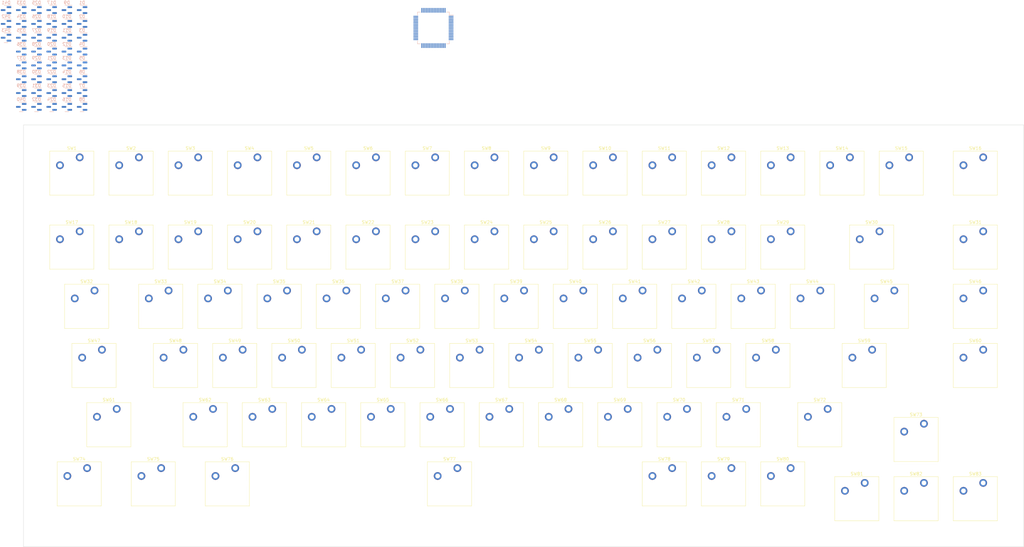
<source format=kicad_pcb>
(kicad_pcb (version 20221018) (generator pcbnew)
  (layers (0 "F.Cu" signal) (31 "B.Cu" signal) (34 "B.Paste" user) (35 "F.Paste" user) (36 "B.SilkS" user "B.Silkscreen") (37 "F.SilkS" user "F.Silkscreen") (38 "B.Mask" user) (39 "F.Mask" user) (44 "Edge.Cuts" user))
  (net 0 "")
  (net 1 "Net-(D1A-A)")
  (net 2 "Net-(D2A-A)")
  (net 3 "Net-(D3A-A)")
  (net 4 "Net-(D4A-A)")
  (net 5 "Net-(D5A-A)")
  (net 6 "Net-(D6A-A)")
  (net 7 "Net-(D7A-A)")
  (net 8 "Net-(D8A-A)")
  (net 9 "Net-(D9A-A)")
  (net 10 "Net-(D10A-A)")
  (net 11 "Net-(D11A-A)")
  (net 12 "Net-(D12A-A)")
  (net 13 "Net-(D13A-A)")
  (net 14 "Net-(D14A-A)")
  (net 15 "Net-(D15A-A)")
  (net 16 "Net-(D16B-A)")
  (net 17 "Net-(D17A-A)")
  (net 18 "Net-(D18A-A)")
  (net 19 "Net-(D19A-A)")
  (net 20 "Net-(D20A-A)")
  (net 21 "Net-(D21A-A)")
  (net 22 "Net-(D22A-A)")
  (net 23 "Net-(D23A-A)")
  (net 24 "Net-(D24B-A)")
  (net 25 "Net-(D25A-A)")
  (net 26 "Net-(D26A-A)")
  (net 27 "Net-(D27A-A)")
  (net 28 "Net-(D28A-A)")
  (net 29 "Net-(D29A-A)")
  (net 30 "Net-(D30A-A)")
  (net 31 "Net-(D31A-A)")
  (net 32 "Net-(D32A-A)")
  (net 33 "Net-(D33A-A)")
  (net 34 "Net-(D34A-A)")
  (net 35 "Net-(D35A-A)")
  (net 36 "Net-(D36A-A)")
  (net 37 "Net-(D37A-A)")
  (net 38 "Net-(D38A-A)")
  (net 39 "Net-(D39A-A)")
  (net 40 "Net-(D40A-A)")
  (net 41 "Net-(D41A-A)")
  (net 42 "Net-(D42A-A)")
  (net 43 "Net-(D43A-A)")
  (net 44 "Net-(D1B-A)")
  (net 45 "Net-(D2B-A)")
  (net 46 "Net-(D3B-A)")
  (net 47 "Net-(D4B-A)")
  (net 48 "Net-(D5B-A)")
  (net 49 "Net-(D6B-A)")
  (net 50 "Net-(D7B-A)")
  (net 51 "Net-(D8B-A)")
  (net 52 "Net-(D9B-A)")
  (net 53 "Net-(D10B-A)")
  (net 54 "Net-(D11B-A)")
  (net 55 "Net-(D12B-A)")
  (net 56 "Net-(D13B-A)")
  (net 57 "Net-(D14B-A)")
  (net 58 "Net-(D15B-A)")
  (net 59 "Net-(D17B-A)")
  (net 60 "Net-(D18B-A)")
  (net 61 "Net-(D19B-A)")
  (net 62 "/R0")
  (net 63 "Net-(D20B-A)")
  (net 64 "Net-(D21B-A)")
  (net 65 "Net-(D22B-A)")
  (net 66 "Net-(D23B-A)")
  (net 67 "Net-(D25B-A)")
  (net 68 "Net-(D26B-A)")
  (net 69 "Net-(D27B-A)")
  (net 70 "Net-(D28B-A)")
  (net 71 "/R1")
  (net 72 "Net-(D29B-A)")
  (net 73 "Net-(D30B-A)")
  (net 74 "Net-(D31B-A)")
  (net 75 "Net-(D32B-A)")
  (net 76 "Net-(D33B-A)")
  (net 77 "Net-(D34B-A)")
  (net 78 "Net-(D35B-A)")
  (net 79 "Net-(D36B-A)")
  (net 80 "/R2")
  (net 81 "Net-(D37B-A)")
  (net 82 "Net-(D39B-A)")
  (net 83 "Net-(D40B-A)")
  (net 84 "Net-(D41B-A)")
  (net 85 "Net-(D42B-A)")
  (net 86 "Net-(D43B-A)")
  (net 89 "/R3")
  (net 97 "/R4")
  (net 105 "/R5")
  (net 107 "Net-(U1-VSS-Pad18)")
  (net 111 "/C0")
  (net 112 "/C1")
  (net 114 "/C13")
  (net 115 "/C12")
  (net 117 "/C11")
  (net 118 "/C10")
  (net 120 "/C6")
  (net 121 "/C7")
  (footprint "PCM_Switch_Keyboard_Cherry_MX:SW_Cherry_MX_PCB_1.00u" (layer "F.Cu") (at 53.575 34.525)
    (fp_text reference "SW2" (at 0 -8) (layer "F.SilkS"))
    (fp_text value "SW_Push")
    (pad "" np_thru_hole circle (at -5.08 0) (size 1.75 1.75) (drill 1.75) (layers "*.Cu" "*.Mask"))
    (pad "" np_thru_hole circle (at 0 0) (size 4 4) (drill 4) (layers "*.Cu" "*.Mask"))
    (pad "" np_thru_hole circle (at 5.08 0) (size 1.75 1.75) (drill 1.75) (layers "*.Cu" "*.Mask"))
    (pad "1" thru_hole circle (at -3.81 -2.54) (size 2.5 2.5) (drill 1.5) (layers "*.Cu" "*.Mask") (net 112 "/C1"))
    (pad "2" thru_hole circle (at 2.54 -5.08) (size 2.5 2.5) (drill 1.5) (layers "*.Cu" "*.Mask") (net 44 "Net-(D1B-A)"))
  )
  (footprint "PCM_Switch_Keyboard_Cherry_MX:SW_Cherry_MX_PCB_1.00u" (layer "F.Cu") (at 91.675 58.3375)
    (fp_text reference "SW20" (at 0 -8) (layer "F.SilkS"))
    (fp_text value "SW_Push")
    (pad "" np_thru_hole circle (at -5.08 0) (size 1.75 1.75) (drill 1.75) (layers "*.Cu" "*.Mask"))
    (pad "" np_thru_hole circle (at 0 0) (size 4 4) (drill 4) (layers "*.Cu" "*.Mask"))
    (pad "" np_thru_hole circle (at 5.08 0) (size 1.75 1.75) (drill 1.75) (layers "*.Cu" "*.Mask"))
    (pad "1" thru_hole circle (at -3.81 -2.54) (size 2.5 2.5) (drill 1.5) (layers "*.Cu" "*.Mask") (net 115 "/C12"))
    (pad "2" thru_hole circle (at 2.54 -5.08) (size 2.5 2.5) (drill 1.5) (layers "*.Cu" "*.Mask") (net 53 "Net-(D10B-A)"))
  )
  (footprint "PCM_Switch_Keyboard_Cherry_MX:SW_Cherry_MX_PCB_1.00u" (layer "F.Cu") (at 225.025 58.3375)
    (fp_text reference "SW27" (at 0 -8) (layer "F.SilkS"))
    (fp_text value "SW_Push")
    (pad "" np_thru_hole circle (at -5.08 0) (size 1.75 1.75) (drill 1.75) (layers "*.Cu" "*.Mask"))
    (pad "" np_thru_hole circle (at 0 0) (size 4 4) (drill 4) (layers "*.Cu" "*.Mask"))
    (pad "" np_thru_hole circle (at 5.08 0) (size 1.75 1.75) (drill 1.75) (layers "*.Cu" "*.Mask"))
    (pad "1" thru_hole circle (at -3.81 -2.54) (size 2.5 2.5) (drill 1.5) (layers "*.Cu" "*.Mask") (net 118 "/C10"))
    (pad "2" thru_hole circle (at 2.54 -5.08) (size 2.5 2.5) (drill 1.5) (layers "*.Cu" "*.Mask") (net 14 "Net-(D14A-A)"))
  )
  (footprint "PCM_Switch_Keyboard_Cherry_MX:SW_Cherry_MX_PCB_1.00u" (layer "F.Cu") (at 289.31875 96.4375)
    (fp_text reference "SW59" (at 0 -8) (layer "F.SilkS"))
    (fp_text value "SW_Push")
    (pad "" np_thru_hole circle (at -5.08 0) (size 1.75 1.75) (drill 1.75) (layers "*.Cu" "*.Mask"))
    (pad "" np_thru_hole circle (at 0 0) (size 4 4) (drill 4) (layers "*.Cu" "*.Mask"))
    (pad "" np_thru_hole circle (at 5.08 0) (size 1.75 1.75) (drill 1.75) (layers "*.Cu" "*.Mask"))
    (pad "1" thru_hole circle (at -3.81 -2.54) (size 2.5 2.5) (drill 1.5) (layers "*.Cu" "*.Mask") (net 115 "/C12"))
    (pad "2" thru_hole circle (at 2.54 -5.08) (size 2.5 2.5) (drill 1.5) (layers "*.Cu" "*.Mask") (net 31 "Net-(D31A-A)"))
  )
  (footprint "PCM_Switch_Keyboard_Cherry_MX:SW_Cherry_MX_PCB_1.00u" (layer "F.Cu") (at 325.0375 139.3)
    (fp_text reference "SW83" (at 0 -8) (layer "F.SilkS"))
    (fp_text value "SW_Push")
    (pad "" np_thru_hole circle (at -5.08 0) (size 1.75 1.75) (drill 1.75) (layers "*.Cu" "*.Mask"))
    (pad "" np_thru_hole circle (at 0 0) (size 4 4) (drill 4) (layers "*.Cu" "*.Mask"))
    (pad "" np_thru_hole circle (at 5.08 0) (size 1.75 1.75) (drill 1.75) (layers "*.Cu" "*.Mask"))
    (pad "1" thru_hole circle (at -3.81 -2.54) (size 2.5 2.5) (drill 1.5) (layers "*.Cu" "*.Mask") (net 111 "/C0"))
    (pad "2" thru_hole circle (at 2.54 -5.08) (size 2.5 2.5) (drill 1.5) (layers "*.Cu" "*.Mask") (net 86 "Net-(D43B-A)"))
  )
  (footprint "PCM_Switch_Keyboard_Cherry_MX:SW_Cherry_MX_PCB_1.00u" (layer "F.Cu") (at 167.875 58.3375)
    (fp_text reference "SW24" (at 0 -8) (layer "F.SilkS"))
    (fp_text value "SW_Push")
    (pad "" np_thru_hole circle (at -5.08 0) (size 1.75 1.75) (drill 1.75) (layers "*.Cu" "*.Mask"))
    (pad "" np_thru_hole circle (at 0 0) (size 4 4) (drill 4) (layers "*.Cu" "*.Mask"))
    (pad "" np_thru_hole circle (at 5.08 0) (size 1.75 1.75) (drill 1.75) (layers "*.Cu" "*.Mask"))
    (pad "1" thru_hole circle (at -3.81 -2.54) (size 2.5 2.5) (drill 1.5) (layers "*.Cu" "*.Mask") (net 121 "/C7"))
    (pad "2" thru_hole circle (at 2.54 -5.08) (size 2.5 2.5) (drill 1.5) (layers "*.Cu" "*.Mask") (net 55 "Net-(D12B-A)"))
  )
  (footprint "PCM_Switch_Keyboard_Cherry_MX:SW_Cherry_MX_PCB_1.00u" (layer "F.Cu") (at 205.975 34.525)
    (fp_text reference "SW10" (at 0 -8) (layer "F.SilkS"))
    (fp_text value "SW_Push")
    (pad "" np_thru_hole circle (at -5.08 0) (size 1.75 1.75) (drill 1.75) (layers "*.Cu" "*.Mask"))
    (pad "" np_thru_hole circle (at 0 0) (size 4 4) (drill 4) (layers "*.Cu" "*.Mask"))
    (pad "" np_thru_hole circle (at 5.08 0) (size 1.75 1.75) (drill 1.75) (layers "*.Cu" "*.Mask"))
    (pad "1" thru_hole circle (at -3.81 -2.54) (size 2.5 2.5) (drill 1.5) (layers "*.Cu" "*.Mask") (net 120 "/C6"))
    (pad "2" thru_hole circle (at 2.54 -5.08) (size 2.5 2.5) (drill 1.5) (layers "*.Cu" "*.Mask") (net 48 "Net-(D5B-A)"))
  )
  (footprint "PCM_Switch_Keyboard_Cherry_MX:SW_Cherry_MX_PCB_1.00u" (layer "F.Cu") (at 182.1625 96.4375)
    (fp_text reference "SW54" (at 0 -8) (layer "F.SilkS"))
    (fp_text value "SW_Push")
    (pad "" np_thru_hole circle (at -5.08 0) (size 1.75 1.75) (drill 1.75) (layers "*.Cu" "*.Mask"))
    (pad "" np_thru_hole circle (at 0 0) (size 4 4) (drill 4) (layers "*.Cu" "*.Mask"))
    (pad "" np_thru_hole circle (at 5.08 0) (size 1.75 1.75) (drill 1.75) (layers "*.Cu" "*.Mask"))
    (pad "1" thru_hole circle (at -3.81 -2.54) (size 2.5 2.5) (drill 1.5) (layers "*.Cu" "*.Mask") (net 121 "/C7"))
    (pad "2" thru_hole circle (at 2.54 -5.08) (size 2.5 2.5) (drill 1.5) (layers "*.Cu" "*.Mask") (net 70 "Net-(D28B-A)"))
  )
  (footprint "PCM_Switch_Keyboard_Cherry_MX:SW_Cherry_MX_PCB_1.00u" (layer "F.Cu") (at 272.65 77.3875)
    (fp_text reference "SW44" (at 0 -8) (layer "F.SilkS"))
    (fp_text value "SW_Push")
    (pad "" np_thru_hole circle (at -5.08 0) (size 1.75 1.75) (drill 1.75) (layers "*.Cu" "*.Mask"))
    (pad "" np_thru_hole circle (at 0 0) (size 4 4) (drill 4) (layers "*.Cu" "*.Mask"))
    (pad "" np_thru_hole circle (at 5.08 0) (size 1.75 1.75) (drill 1.75) (layers "*.Cu" "*.Mask"))
    (pad "1" thru_hole circle (at -3.81 -2.54) (size 2.5 2.5) (drill 1.5) (layers "*.Cu" "*.Mask") (net 115 "/C12"))
    (pad "2" thru_hole circle (at 2.54 -5.08) (size 2.5 2.5) (drill 1.5) (layers "*.Cu" "*.Mask") (net 23 "Net-(D23A-A)"))
  )
  (footprint "PCM_Switch_Keyboard_Cherry_MX:SW_Cherry_MX_PCB_1.00u" (layer "F.Cu") (at 158.35 77.3875)
    (fp_text reference "SW38" (at 0 -8) (layer "F.SilkS"))
    (fp_text value "SW_Push")
    (pad "" np_thru_hole circle (at -5.08 0) (size 1.75 1.75) (drill 1.75) (layers "*.Cu" "*.Mask"))
    (pad "" np_thru_hole circle (at 0 0) (size 4 4) (drill 4) (layers "*.Cu" "*.Mask"))
    (pad "" np_thru_hole circle (at 5.08 0) (size 1.75 1.75) (drill 1.75) (layers "*.Cu" "*.Mask"))
    (pad "1" thru_hole circle (at -3.81 -2.54) (size 2.5 2.5) (drill 1.5) (layers "*.Cu" "*.Mask") (net 120 "/C6"))
    (pad "2" thru_hole circle (at 2.54 -5.08) (size 2.5 2.5) (drill 1.5) (layers "*.Cu" "*.Mask") (net 20 "Net-(D20A-A)"))
  )
  (footprint "PCM_Switch_Keyboard_Cherry_MX:SW_Cherry_MX_PCB_1.00u" (layer "F.Cu") (at 244.075 58.3375)
    (fp_text reference "SW28" (at 0 -8) (layer "F.SilkS"))
    (fp_text value "SW_Push")
    (pad "" np_thru_hole circle (at -5.08 0) (size 1.75 1.75) (drill 1.75) (layers "*.Cu" "*.Mask"))
    (pad "" np_thru_hole circle (at 0 0) (size 4 4) (drill 4) (layers "*.Cu" "*.Mask"))
    (pad "" np_thru_hole circle (at 5.08 0) (size 1.75 1.75) (drill 1.75) (layers "*.Cu" "*.Mask"))
    (pad "1" thru_hole circle (at -3.81 -2.54) (size 2.5 2.5) (drill 1.5) (layers "*.Cu" "*.Mask") (net 117 "/C11"))
    (pad "2" thru_hole circle (at 2.54 -5.08) (size 2.5 2.5) (drill 1.5) (layers "*.Cu" "*.Mask") (net 57 "Net-(D14B-A)"))
  )
  (footprint "PCM_Switch_Keyboard_Cherry_MX:SW_Cherry_MX_PCB_1.00u" (layer "F.Cu") (at 134.5375 115.4875)
    (fp_text reference "SW65" (at 0 -8) (layer "F.SilkS"))
    (fp_text value "SW_Push")
    (pad "" np_thru_hole circle (at -5.08 0) (size 1.75 1.75) (drill 1.75) (layers "*.Cu" "*.Mask"))
    (pad "" np_thru_hole circle (at 0 0) (size 4 4) (drill 4) (layers "*.Cu" "*.Mask"))
    (pad "" np_thru_hole circle (at 5.08 0) (size 1.75 1.75) (drill 1.75) (layers "*.Cu" "*.Mask"))
    (pad "1" thru_hole circle (at -3.81 -2.54) (size 2.5 2.5) (drill 1.5) (layers "*.Cu" "*.Mask") (net 118 "/C10"))
    (pad "2" thru_hole circle (at 2.54 -5.08) (size 2.5 2.5) (drill 1.5) (layers "*.Cu" "*.Mask") (net 34 "Net-(D34A-A)"))
  )
  (footprint "PCM_Switch_Keyboard_Cherry_MX:SW_Cherry_MX_PCB_1.00u" (layer "F.Cu") (at 263.125 34.525)
    (fp_text reference "SW13" (at 0 -8) (layer "F.SilkS"))
    (fp_text value "SW_Push")
    (pad "" np_thru_hole circle (at -5.08 0) (size 1.75 1.75) (drill 1.75) (layers "*.Cu" "*.Mask"))
    (pad "" np_thru_hole circle (at 0 0) (size 4 4) (drill 4) (layers "*.Cu" "*.Mask"))
    (pad "" np_thru_hole circle (at 5.08 0) (size 1.75 1.75) (drill 1.75) (layers "*.Cu" "*.Mask"))
    (pad "1" thru_hole circle (at -3.81 -2.54) (size 2.5 2.5) (drill 1.5) (layers "*.Cu" "*.Mask") (net 115 "/C12"))
    (pad "2" thru_hole circle (at 2.54 -5.08) (size 2.5 2.5) (drill 1.5) (layers "*.Cu" "*.Mask") (net 7 "Net-(D7A-A)"))
  )
  (footprint "PCM_Switch_Keyboard_Cherry_MX:SW_Cherry_MX_PCB_1.00u" (layer "F.Cu") (at 120.25 77.3875)
    (fp_text reference "SW36" (at 0 -8) (layer "F.SilkS"))
    (fp_text value "SW_Push")
    (pad "" np_thru_hole circle (at -5.08 0) (size 1.75 1.75) (drill 1.75) (layers "*.Cu" "*.Mask"))
    (pad "" np_thru_hole circle (at 0 0) (size 4 4) (drill 4) (layers "*.Cu" "*.Mask"))
    (pad "" np_thru_hole circle (at 5.08 0) (size 1.75 1.75) (drill 1.75) (layers "*.Cu" "*.Mask"))
    (pad "1" thru_hole circle (at -3.81 -2.54) (size 2.5 2.5) (drill 1.5) (layers "*.Cu" "*.Mask") (net 117 "/C11"))
    (pad "2" thru_hole circle (at 2.54 -5.08) (size 2.5 2.5) (drill 1.5) (layers "*.Cu" "*.Mask") (net 19 "Net-(D19A-A)"))
  )
  (footprint "PCM_Switch_Keyboard_Cherry_MX:SW_Cherry_MX_PCB_1.00u" (layer "F.Cu") (at 96.4375 115.4875)
    (fp_text reference "SW63" (at 0 -8) (layer "F.SilkS"))
    (fp_text value "SW_Push")
    (pad "" np_thru_hole circle (at -5.08 0) (size 1.75 1.75) (drill 1.75) (layers "*.Cu" "*.Mask"))
    (pad "" np_thru_hole circle (at 0 0) (size 4 4) (drill 4) (layers "*.Cu" "*.Mask"))
    (pad "" np_thru_hole circle (at 5.08 0) (size 1.75 1.75) (drill 1.75) (layers "*.Cu" "*.Mask"))
    (pad "1" thru_hole circle (at -3.81 -2.54) (size 2.5 2.5) (drill 1.5) (layers "*.Cu" "*.Mask") (net 115 "/C12"))
    (pad "2" thru_hole circle (at 2.54 -5.08) (size 2.5 2.5) (drill 1.5) (layers "*.Cu" "*.Mask") (net 33 "Net-(D33A-A)"))
  )
  (footprint "PCM_Switch_Keyboard_Cherry_MX:SW_Cherry_MX_PCB_1.00u" (layer "F.Cu") (at 34.525 58.3375)
    (fp_text reference "SW17" (at 0 -8) (layer "F.SilkS"))
    (fp_text value "SW_Push")
    (pad "" np_thru_hole circle (at -5.08 0) (size 1.75 1.75) (drill 1.75) (layers "*.Cu" "*.Mask"))
    (pad "" np_thru_hole circle (at 0 0) (size 4 4) (drill 4) (layers "*.Cu" "*.Mask"))
    (pad "" np_thru_hole circle (at 5.08 0) (size 1.75 1.75) (drill 1.75) (layers "*.Cu" "*.Mask"))
    (pad "1" thru_hole circle (at -3.81 -2.54) (size 2.5 2.5) (drill 1.5) (layers "*.Cu" "*.Mask") (net 111 "/C0"))
    (pad "2" thru_hole circle (at 2.54 -5.08) (size 2.5 2.5) (drill 1.5) (layers "*.Cu" "*.Mask") (net 9 "Net-(D9A-A)"))
  )
  (footprint "PCM_Switch_Keyboard_Cherry_MX:SW_Cherry_MX_PCB_1.00u" (layer "F.Cu") (at 46.43125 115.4875)
    (fp_text reference "SW61" (at 0 -8) (layer "F.SilkS"))
    (fp_text value "SW_Push")
    (pad "" np_thru_hole circle (at -5.08 0) (size 1.75 1.75) (drill 1.75) (layers "*.Cu" "*.Mask"))
    (pad "" np_thru_hole circle (at 0 0) (size 4 4) (drill 4) (layers "*.Cu" "*.Mask"))
    (pad "" np_thru_hole circle (at 5.08 0) (size 1.75 1.75) (drill 1.75) (layers "*.Cu" "*.Mask"))
    (pad "1" thru_hole circle (at -3.81 -2.54) (size 2.5 2.5) (drill 1.5) (layers "*.Cu" "*.Mask") (net 111 "/C0"))
    (pad "2" thru_hole circle (at 2.54 -5.08) (size 2.5 2.5) (drill 1.5) (layers "*.Cu" "*.Mask") (net 32 "Net-(D32A-A)"))
  )
  (footprint "PCM_Switch_Keyboard_Cherry_MX:SW_Cherry_MX_PCB_1.00u" (layer "F.Cu") (at 34.525 34.525)
    (fp_text reference "SW1" (at 0 -8) (layer "F.SilkS"))
    (fp_text value "SW_Push")
    (pad "" np_thru_hole circle (at -5.08 0) (size 1.75 1.75) (drill 1.75) (layers "*.Cu" "*.Mask"))
    (pad "" np_thru_hole circle (at 0 0) (size 4 4) (drill 4) (layers "*.Cu" "*.Mask"))
    (pad "" np_thru_hole circle (at 5.08 0) (size 1.75 1.75) (drill 1.75) (layers "*.Cu" "*.Mask"))
    (pad "1" thru_hole circle (at -3.81 -2.54) (size 2.5 2.5) (drill 1.5) (layers "*.Cu" "*.Mask") (net 111 "/C0"))
    (pad "2" thru_hole circle (at 2.54 -5.08) (size 2.5 2.5) (drill 1.5) (layers "*.Cu" "*.Mask") (net 1 "Net-(D1A-A)"))
  )
  (footprint "PCM_Switch_Keyboard_Cherry_MX:SW_Cherry_MX_PCB_1.00u" (layer "F.Cu") (at 296.4625 77.3875)
    (fp_text reference "SW45" (at 0 -8) (layer "F.SilkS"))
    (fp_text value "SW_Push")
    (pad "" np_thru_hole circle (at -5.08 0) (size 1.75 1.75) (drill 1.75) (layers "*.Cu" "*.Mask"))
    (pad "" np_thru_hole circle (at 0 0) (size 4 4) (drill 4) (layers "*.Cu" "*.Mask"))
    (pad "" np_thru_hole circle (at 5.08 0) (size 1.75 1.75) (drill 1.75) (layers "*.Cu" "*.Mask"))
    (pad "1" thru_hole circle (at -3.81 -2.54) (size 2.5 2.5) (drill 1.5) (layers "*.Cu" "*.Mask") (net 114 "/C13"))
    (pad "2" thru_hole circle (at 2.54 -5.08) (size 2.5 2.5) (drill 1.5) (layers "*.Cu" "*.Mask") (net 66 "Net-(D23B-A)"))
  )
  (footprint "PCM_Switch_Keyboard_Cherry_MX:SW_Cherry_MX_PCB_1.00u" (layer "F.Cu") (at 186.925 34.525)
    (fp_text reference "SW9" (at 0 -8) (layer "F.SilkS"))
    (fp_text value "SW_Push")
    (pad "" np_thru_hole circle (at -5.08 0) (size 1.75 1.75) (drill 1.75) (layers "*.Cu" "*.Mask"))
    (pad "" np_thru_hole circle (at 0 0) (size 4 4) (drill 4) (layers "*.Cu" "*.Mask"))
    (pad "" np_thru_hole circle (at 5.08 0) (size 1.75 1.75) (drill 1.75) (layers "*.Cu" "*.Mask"))
    (pad "1" thru_hole circle (at -3.81 -2.54) (size 2.5 2.5) (drill 1.5) (layers "*.Cu" "*.Mask") (net 121 "/C7"))
    (pad "2" thru_hole circle (at 2.54 -5.08) (size 2.5 2.5) (drill 1.5) (layers "*.Cu" "*.Mask") (net 5 "Net-(D5A-A)"))
  )
  (footprint "PCM_Switch_Keyboard_Cherry_MX:SW_Cherry_MX_PCB_1.00u" (layer "F.Cu") (at 325.0375 58.3375)
    (fp_text reference "SW31" (at 0 -8) (layer "F.SilkS"))
    (fp_text value "SW_Push")
    (pad "" np_thru_hole circle (at -5.08 0) (size 1.75 1.75) (drill 1.75) (layers "*.Cu" "*.Mask"))
    (pad "" np_thru_hole circle (at 0 0) (size 4 4) (drill 4) (layers "*.Cu" "*.Mask"))
    (pad "" np_thru_hole circle (at 5.08 0) (size 1.75 1.75) (drill 1.75) (layers "*.Cu" "*.Mask"))
    (pad "1" thru_hole circle (at -3.81 -2.54) (size 2.5 2.5) (drill 1.5) (layers "*.Cu" "*.Mask") (net 111 "/C0"))
    (pad "2" thru_hole circle (at 2.54 -5.08) (size 2.5 2.5) (drill 1.5) (layers "*.Cu" "*.Mask") (net 16 "Net-(D16B-A)"))
  )
  (footprint "PCM_Switch_Keyboard_Cherry_MX:SW_Cherry_MX_PCB_1.00u" (layer "F.Cu") (at 63.1 77.3875)
    (fp_text reference "SW33" (at 0 -8) (layer "F.SilkS"))
    (fp_text value "SW_Push")
    (pad "" np_thru_hole circle (at -5.08 0) (size 1.75 1.75) (drill 1.75) (layers "*.Cu" "*.Mask"))
    (pad "" np_thru_hole circle (at 0 0) (size 4 4) (drill 4) (layers "*.Cu" "*.Mask"))
    (pad "" np_thru_hole circle (at 5.08 0) (size 1.75 1.75) (drill 1.75) (layers "*.Cu" "*.Mask"))
    (pad "1" thru_hole circle (at -3.81 -2.54) (size 2.5 2.5) (drill 1.5) (layers "*.Cu" "*.Mask") (net 112 "/C1"))
    (pad "2" thru_hole circle (at 2.54 -5.08) (size 2.5 2.5) (drill 1.5) (layers "*.Cu" "*.Mask") (net 59 "Net-(D17B-A)"))
  )
  (footprint "PCM_Switch_Keyboard_Cherry_MX:SW_Cherry_MX_PCB_1.00u" (layer "F.Cu") (at 305.9875 120.25)
    (fp_text reference "SW73" (at 0 -8) (layer "F.SilkS"))
    (fp_text value "SW_Push")
    (pad "" np_thru_hole circle (at -5.08 0) (size 1.75 1.75) (drill 1.75) (layers "*.Cu" "*.Mask"))
    (pad "" np_thru_hole circle (at 0 0) (size 4 4) (drill 4) (layers "*.Cu" "*.Mask"))
    (pad "" np_thru_hole circle (at 5.08 0) (size 1.75 1.75) (drill 1.75) (layers "*.Cu" "*.Mask"))
    (pad "1" thru_hole circle (at -3.81 -2.54) (size 2.5 2.5) (drill 1.5) (layers "*.Cu" "*.Mask") (net 114 "/C13"))
    (pad "2" thru_hole circle (at 2.54 -5.08) (size 2.5 2.5) (drill 1.5) (layers "*.Cu" "*.Mask") (net 38 "Net-(D38A-A)"))
  )
  (footprint "PCM_Switch_Keyboard_Cherry_MX:SW_Cherry_MX_PCB_1.00u" (layer "F.Cu") (at 210.7375 115.4875)
    (fp_text reference "SW69" (at 0 -8) (layer "F.SilkS"))
    (fp_text value "SW_Push")
    (pad "" np_thru_hole circle (at -5.08 0) (size 1.75 1.75) (drill 1.75) (layers "*.Cu" "*.Mask"))
    (pad "" np_thru_hole circle (at 0 0) (size 4 4) (drill 4) (layers "*.Cu" "*.Mask"))
    (pad "" np_thru_hole circle (at 5.08 0) (size 1.75 1.75) (drill 1.75) (layers "*.Cu" "*.Mask"))
    (pad "1" thru_hole circle (at -3.81 -2.54) (size 2.5 2.5) (drill 1.5) (layers "*.Cu" "*.Mask") (net 120 "/C6"))
    (pad "2" thru_hole circle (at 2.54 -5.08) (size 2.5 2.5) (drill 1.5) (layers "*.Cu" "*.Mask") (net 36 "Net-(D36A-A)"))
  )
  (footprint "PCM_Switch_Keyboard_Cherry_MX:SW_Cherry_MX_PCB_1.00u" (layer "F.Cu") (at 201.2125 96.4375)
    (fp_text reference "SW55" (at 0 -8) (layer "F.SilkS"))
    (fp_text value "SW_Push")
    (pad "" np_thru_hole circle (at -5.08 0) (size 1.75 1.75) (drill 1.75) (layers "*.Cu" "*.Mask"))
    (pad "" np_thru_hole circle (at 0 0) (size 4 4) (drill 4) (layers "*.Cu" "*.Mask"))
    (pad "" np_thru_hole circle (at 5.08 0) (size 1.75 1.75) (drill 1.75) (layers "*.Cu" "*.Mask"))
    (pad "1" thru_hole circle (at -3.81 -2.54) (size 2.5 2.5) (drill 1.5) (layers "*.Cu" "*.Mask") (net 121 "/C7"))
    (pad "2" thru_hole circle (at 2.54 -5.08) (size 2.5 2.5) (drill 1.5) (layers "*.Cu" "*.Mask") (net 29 "Net-(D29A-A)"))
  )
  (footprint "PCM_Switch_Keyboard_Cherry_MX:SW_Cherry_MX_PCB_1.00u" (layer "F.Cu") (at 115.4875 115.4875)
    (fp_text reference "SW64" (at 0 -8) (layer "F.SilkS"))
    (fp_text value "SW_Push")
    (pad "" np_thru_hole circle (at -5.08 0) (size 1.75 1.75) (drill 1.75) (layers "*.Cu" "*.Mask"))
    (pad "" np_thru_hole circle (at 0 0) (size 4 4) (drill 4) (layers "*.Cu" "*.Mask"))
    (pad "" np_thru_hole circle (at 5.08 0) (size 1.75 1.75) (drill 1.75) (layers "*.Cu" "*.Mask"))
    (pad "1" thru_hole circle (at -3.81 -2.54) (size 2.5 2.5) (drill 1.5) (layers "*.Cu" "*.Mask") (net 117 "/C11"))
    (pad "2" thru_hole circle (at 2.54 -5.08) (size 2.5 2.5) (drill 1.5) (layers "*.Cu" "*.Mask") (net 76 "Net-(D33B-A)"))
  )
  (footprint "PCM_Switch_Keyboard_Cherry_MX:SW_Cherry_MX_PCB_1.00u" (layer "F.Cu") (at 86.9125 96.4375)
    (fp_text reference "SW49" (at 0 -8) (layer "F.SilkS"))
    (fp_text value "SW_Push")
    (pad "" np_thru_hole circle (at -5.08 0) (size 1.75 1.75) (drill 1.75) (layers "*.Cu" "*.Mask"))
    (pad "" np_thru_hole circle (at 0 0) (size 4 4) (drill 4) (layers "*.Cu" "*.Mask"))
    (pad "" np_thru_hole circle (at 5.08 0) (size 1.75 1.75) (drill 1.75) (layers "*.Cu" "*.Mask"))
    (pad "1" thru_hole circle (at -3.81 -2.54) (size 2.5 2.5) (drill 1.5) (layers "*.Cu" "*.Mask") (net 114 "/C13"))
    (pad "2" thru_hole circle (at 2.54 -5.08) (size 2.5 2.5) (drill 1.5) (layers "*.Cu" "*.Mask") (net 26 "Net-(D26A-A)"))
  )
  (footprint "PCM_Switch_Keyboard_Cherry_MX:SW_Cherry_MX_PCB_1.00u" (layer "F.Cu") (at 225.025 34.525)
    (fp_text reference "SW11" (at 0 -8) (layer "F.SilkS"))
    (fp_text value "SW_Push")
    (pad "" np_thru_hole circle (at -5.08 0) (size 1.75 1.75) (drill 1.75) (layers "*.Cu" "*.Mask"))
    (pad "" np_thru_hole circle (at 0 0) (size 4 4) (drill 4) (layers "*.Cu" "*.Mask"))
    (pad "" np_thru_hole circle (at 5.08 0) (size 1.75 1.75) (drill 1.75) (layers "*.Cu" "*.Mask"))
    (pad "1" thru_hole circle (at -3.81 -2.54) (size 2.5 2.5) (drill 1.5) (layers "*.Cu" "*.Mask") (net 118 "/C10"))
    (pad "2" thru_hole circle (at 2.54 -5.08) (size 2.5 2.5) (drill 1.5) (layers "*.Cu" "*.Mask") (net 6 "Net-(D6A-A)"))
  )
  (footprint "PCM_Switch_Keyboard_Cherry_MX:SW_Cherry_MX_PCB_1.00u" (layer "F.Cu") (at 253.6 77.3875)
    (fp_text reference "SW43" (at 0 -8) (layer "F.SilkS"))
    (fp_text value "SW_Push")
    (pad "" np_thru_hole circle (at -5.08 0) (size 1.75 1.75) (drill 1.75) (layers "*.Cu" "*.Mask"))
    (pad "" np_thru_hole circle (at 0 0) (size 4 4) (drill 4) (layers "*.Cu" "*.Mask"))
    (pad "" np_thru_hole circle (at 5.08 0) (size 1.75 1.75) (drill 1.75) (layers "*.Cu" "*.Mask"))
    (pad "1" thru_hole circle (at -3.81 -2.54) (size 2.5 2.5) (drill 1.5) (layers "*.Cu" "*.Mask") (net 117 "/C11"))
    (pad "2" thru_hole circle (at 2.54 -5.08) (size 2.5 2.5) (drill 1.5) (layers "*.Cu" "*.Mask") (net 65 "Net-(D22B-A)"))
  )
  (footprint "PCM_Switch_Keyboard_Cherry_MX:SW_Cherry_MX_PCB_1.00u" (layer "F.Cu") (at 129.775 58.3375)
    (fp_text reference "SW22" (at 0 -8) (layer "F.SilkS"))
    (fp_text value "SW_Push")
    (pad "" np_thru_hole circle (at -5.08 0) (size 1.75 1.75) (drill 1.75) (layers "*.Cu" "*.Mask"))
    (pad "" np_thru_hole circle (at 0 0) (size 4 4) (drill 4) (layers "*.Cu" "*.Mask"))
    (pad "" np_thru_hole circle (at 5.08 0) (size 1.75 1.75) (drill 1.75) (layers "*.Cu" "*.Mask"))
    (pad "1" thru_hole circle (at -3.81 -2.54) (size 2.5 2.5) (drill 1.5) (layers "*.Cu" "*.Mask") (net 118 "/C10"))
    (pad "2" thru_hole circle (at 2.54 -5.08) (size 2.5 2.5) (drill 1.5) (layers "*.Cu" "*.Mask") (net 54 "Net-(D11B-A)"))
  )
  (footprint "PCM_Switch_Keyboard_Cherry_MX:SW_Cherry_MX_PCB_1.00u" (layer "F.Cu") (at 244.075 34.525)
    (fp_text reference "SW12" (at 0 -8) (layer "F.SilkS"))
    (fp_text value "SW_Push")
    (pad "" np_thru_hole circle (at -5.08 0) (size 1.75 1.75) (drill 1.75) (layers "*.Cu" "*.Mask"))
    (pad "" np_thru_hole circle (at 0 0) (size 4 4) (drill 4) (layers "*.Cu" "*.Mask"))
    (pad "" np_thru_hole circle (at 5.08 0) (size 1.75 1.75) (drill 1.75) (layers "*.Cu" "*.Mask"))
    (pad "1" thru_hole circle (at -3.81 -2.54) (size 2.5 2.5) (drill 1.5) (layers "*.Cu" "*.Mask") (net 117 "/C11"))
    (pad "2" thru_hole circle (at 2.54 -5.08) (size 2.5 2.5) (drill 1.5) (layers "*.Cu" "*.Mask") (net 49 "Net-(D6B-A)"))
  )
  (footprint "PCM_Switch_Keyboard_Cherry_MX:SW_Cherry_MX_PCB_1.00u" (layer "F.Cu") (at 153.5875 115.4875)
    (fp_text reference "SW66" (at 0 -8) (layer "F.SilkS"))
    (fp_text value "SW_Push")
    (pad "" np_thru_hole circle (at -5.08 0) (size 1.75 1.75) (drill 1.75) (layers "*.Cu" "*.Mask"))
    (pad "" np_thru_hole circle (at 0 0) (size 4 4) (drill 4) (layers "*.Cu" "*.Mask"))
    (pad "" np_thru_hole circle (at 5.08 0) (size 1.75 1.75) (drill 1.75) (layers "*.Cu" "*.Mask"))
    (pad "1" thru_hole circle (at -3.81 -2.54) (size 2.5 2.5) (drill 1.5) (layers "*.Cu" "*.Mask") (net 120 "/C6"))
    (pad "2" thru_hole circle (at 2.54 -5.08) (size 2.5 2.5) (drill 1.5) (layers "*.Cu" "*.Mask") (net 77 "Net-(D34B-A)"))
  )
  (footprint "PCM_Switch_Keyboard_Cherry_MX:SW_Cherry_MX_PCB_1.00u" (layer "F.Cu") (at 36.90625 134.5375)
    (fp_text reference "SW74" (at 0 -8) (layer "F.SilkS"))
    (fp_text value "SW_Push")
    (pad "" np_thru_hole circle (at -5.08 0) (size 1.75 1.75) (drill 1.75) (layers "*.Cu" "*.Mask"))
    (pad "" np_thru_hole circle (at 0 0) (size 4 4) (drill 4) (layers "*.Cu" "*.Mask"))
    (pad "" np_thru_hole circle (at 5.08 0) (size 1.75 1.75) (drill 1.75) (layers "*.Cu" "*.Mask"))
    (pad "1" thru_hole circle (at -3.81 -2.54) (size 2.5 2.5) (drill 1.5) (layers "*.Cu" "*.Mask") (net 111 "/C0"))
    (pad "2" thru_hole circle (at 2.54 -5.08) (size 2.5 2.5) (drill 1.5) (layers "*.Cu" "*.Mask") (net 39 "Net-(D39A-A)"))
  )
  (footprint "PCM_Switch_Keyboard_Cherry_MX:SW_Cherry_MX_PCB_1.00u" (layer "F.Cu") (at 105.9625 96.4375)
    (fp_text reference "SW50" (at 0 -8) (layer "F.SilkS"))
    (fp_text value "SW_Push")
    (pad "" np_thru_hole circle (at -5.08 0) (size 1.75 1.75) (drill 1.75) (layers "*.Cu" "*.Mask"))
    (pad "" np_thru_hole circle (at 0 0) (size 4 4) (drill 4) (layers "*.Cu" "*.Mask"))
    (pad "" np_thru_hole circle (at 5.08 0) (size 1.75 1.75) (drill 1.75) (layers "*.Cu" "*.Mask"))
    (pad "1" thru_hole circle (at -3.81 -2.54) (size 2.5 2.5) (drill 1.5) (layers "*.Cu" "*.Mask") (net 115 "/C12"))
    (pad "2" thru_hole circle (at 2.54 -5.08) (size 2.5 2.5) (drill 1.5) (layers "*.Cu" "*.Mask") (net 68 "Net-(D26B-A)"))
  )
  (footprint "PCM_Switch_Keyboard_Cherry_MX:SW_Cherry_MX_PCB_1.00u" (layer "F.Cu") (at 82.15 77.3875)
    (fp_text reference "SW34" (at 0 -8) (layer "F.SilkS"))
    (fp_text value "SW_Push")
    (pad "" np_thru_hole circle (at -5.08 0) (size 1.75 1.75) (drill 1.75) (layers "*.Cu" "*.Mask"))
    (pad "" np_thru_hole circle (at 0 0) (size 4 4) (drill 4) (layers "*.Cu" "*.Mask"))
    (pad "" np_thru_hole circle (at 5.08 0) (size 1.75 1.75) (drill 1.75) (layers "*.Cu" "*.Mask"))
    (pad "1" thru_hole circle (at -3.81 -2.54) (size 2.5 2.5) (drill 1.5) (layers "*.Cu" "*.Mask") (net 114 "/C13"))
    (pad "2" thru_hole circle (at 2.54 -5.08) (size 2.5 2.5) (drill 1.5) (layers "*.Cu" "*.Mask") (net 18 "Net-(D18A-A)"))
  )
  (footprint "PCM_Switch_Keyboard_Cherry_MX:SW_Cherry_MX_PCB_1.00u" (layer "F.Cu") (at 282.175 34.525)
    (fp_text reference "SW14" (at 0 -8) (layer "F.SilkS"))
    (fp_text value "SW_Push")
    (pad "" np_thru_hole circle (at -5.08 0) (size 1.75 1.75) (drill 1.75) (layers "*.Cu" "*.Mask"))
    (pad "" np_thru_hole circle (at 0 0) (size 4 4) (drill 4) (layers "*.Cu" "*.Mask"))
    (pad "" np_thru_hole circle (at 5.08 0) (size 1.75 1.75) (drill 1.75) (layers "*.Cu" "*.Mask"))
    (pad "1" thru_hole circle (at -3.81 -2.54) (size 2.5 2.5) (drill 1.5) (layers "*.Cu" "*.Mask") (net 114 "/C13"))
    (pad "2" thru_hole circle (at 2.54 -5.08) (size 2.5 2.5) (drill 1.5) (layers "*.Cu" "*.Mask") (net 50 "Net-(D7B-A)"))
  )
  (footprint "PCM_Switch_Keyboard_Cherry_MX:SW_Cherry_MX_PCB_1.00u" (layer "F.Cu") (at 148.825 58.3375)
    (fp_text reference "SW23" (at 0 -8) (layer "F.SilkS"))
    (fp_text value "SW_Push")
    (pad "" np_thru_hole circle (at -5.08 0) (size 1.75 1.75) (drill 1.75) (layers "*.Cu" "*.Mask"))
    (pad "" np_thru_hole circle (at 0 0) (size 4 4) (drill 4) (layers "*.Cu" "*.Mask"))
    (pad "" np_thru_hole circle (at 5.08 0) (size 1.75 1.75) (drill 1.75) (layers "*.Cu" "*.Mask"))
    (pad "1" thru_hole circle (at -3.81 -2.54) (size 2.5 2.5) (drill 1.5) (layers "*.Cu" "*.Mask") (net 120 "/C6"))
    (pad "2" thru_hole circle (at 2.54 -5.08) (size 2.5 2.5) (drill 1.5) (layers "*.Cu" "*.Mask") (net 12 "Net-(D12A-A)"))
  )
  (footprint "PCM_Switch_Keyboard_Cherry_MX:SW_Cherry_MX_PCB_1.00u" (layer "F.Cu") (at 229.7875 115.4875)
    (fp_text reference "SW70" (at 0 -8) (layer "F.SilkS"))
    (fp_text value "SW_Push")
    (pad "" np_thru_hole circle (at -5.08 0) (size 1.75 1.75) (drill 1.75) (layers "*.Cu" "*.Mask"))
    (pad "" np_thru_hole circle (at 0 0) (size 4 4) (drill 4) (layers "*.Cu" "*.Mask"))
    (pad "" np_thru_hole circle (at 5.08 0) (size 1.75 1.75) (drill 1.75) (layers "*.Cu" "*.Mask"))
    (pad "1" thru_hole circle (at -3.81 -2.54) (size 2.5 2.5) (drill 1.5) (layers "*.Cu" "*.Mask") (net 118 "/C10"))
    (pad "2" thru_hole circle (at 2.54 -5.08) (size 2.5 2.5) (drill 1.5) (layers "*.Cu" "*.Mask") (net 79 "Net-(D36B-A)"))
  )
  (footprint "PCM_Switch_Keyboard_Cherry_MX:SW_Cherry_MX_PCB_1.00u" (layer "F.Cu") (at 41.66875 96.4375)
    (fp_text reference "SW47" (at 0 -8) (layer "F.SilkS"))
    (fp_text value "SW_Push")
    (pad "" np_thru_hole circle (at -5.08 0) (size 1.75 1.75) (drill 1.75) (layers "*.Cu" "*.Mask"))
    (pad "" np_thru_hole circle (at 0 0) (size 4 4) (drill 4) (layers "*.Cu" "*.Mask"))
    (pad "" np_thru_hole circle (at 5.08 0) (size 1.75 1.75) (drill 1.75) (layers "*.Cu" "*.Mask"))
    (pad "1" thru_hole circle (at -3.81 -2.54) (size 2.5 2.5) (drill 1.5) (layers "*.Cu" "*.Mask") (net 111 "/C0"))
    (pad "2" thru_hole circle (at 2.54 -5.08) (size 2.5 2.5) (drill 1.5) (layers "*.Cu" "*.Mask") (net 25 "Net-(D25A-A)"))
  )
  (footprint "PCM_Switch_Keyboard_Cherry_MX:SW_Cherry_MX_PCB_1.00u" (layer "F.Cu") (at 84.53125 134.5375)
    (fp_text reference "SW76" (at 0 -8) (layer "F.SilkS"))
    (fp_text value "SW_Push")
    (pad "" np_thru_hole circle (at -5.08 0) (size 1.75 1.75) (drill 1.75) (layers "*.Cu" "*.Mask"))
    (pad "" np_thru_hole circle (at 0 0) (size 4 4) (drill 4) (layers "*.Cu" "*.Mask"))
    (pad "" np_thru_hole circle (at 5.08 0) (size 1.75 1.75) (drill 1.75) (layers "*.Cu" "*.Mask"))
    (pad "1" thru_hole circle (at -3.81 -2.54) (size 2.5 2.5) (drill 1.5) (layers "*.Cu" "*.Mask") (net 114 "/C13"))
    (pad "2" thru_hole circle (at 2.54 -5.08) (size 2.5 2.5) (drill 1.5) (layers "*.Cu" "*.Mask") (net 40 "Net-(D40A-A)"))
  )
  (footprint "PCM_Switch_Keyboard_Cherry_MX:SW_Cherry_MX_PCB_1.00u" (layer "F.Cu") (at 225.025 134.5375)
    (fp_text reference "SW78" (at 0 -8) (layer "F.SilkS"))
    (fp_text value "SW_Push")
    (pad "" np_thru_hole circle (at -5.08 0) (size 1.75 1.75) (drill 1.75) (layers "*.Cu" "*.Mask"))
    (pad "" np_thru_hole circle (at 0 0) (size 4 4) (drill 4) (layers "*.Cu" "*.Mask"))
    (pad "" np_thru_hole circle (at 5.08 0) (size 1.75 1.75) (drill 1.75) (layers "*.Cu" "*.Mask"))
    (pad "1" thru_hole circle (at -3.81 -2.54) (size 2.5 2.5) (drill 1.5) (layers "*.Cu" "*.Mask") (net 118 "/C10"))
    (pad "2" thru_hole circle (at 2.54 -5.08) (size 2.5 2.5) (drill 1.5) (layers "*.Cu" "*.Mask") (net 41 "Net-(D41A-A)"))
  )
  (footprint "PCM_Switch_Keyboard_Cherry_MX:SW_Cherry_MX_PCB_1.00u" (layer "F.Cu") (at 286.9375 139.3)
    (fp_text reference "SW81" (at 0 -8) (layer "F.SilkS"))
    (fp_text value "SW_Push")
    (pad "" np_thru_hole circle (at -5.08 0) (size 1.75 1.75) (drill 1.75) (layers "*.Cu" "*.Mask"))
    (pad "" np_thru_hole circle (at 0 0) (size 4 4) (drill 4) (layers "*.Cu" "*.Mask"))
    (pad "" np_thru_hole circle (at 5.08 0) (size 1.75 1.75) (drill 1.75) (layers "*.Cu" "*.Mask"))
    (pad "1" thru_hole circle (at -3.81 -2.54) (size 2.5 2.5) (drill 1.5) (layers "*.Cu" "*.Mask") (net 114 "/C13"))
    (pad "2" thru_hole circle (at 2.54 -5.08) (size 2.5 2.5) (drill 1.5) (layers "*.Cu" "*.Mask") (net 85 "Net-(D42B-A)"))
  )
  (footprint "PCM_Switch_Keyboard_Cherry_MX:SW_Cherry_MX_PCB_1.00u" (layer "F.Cu") (at 258.3625 96.4375)
    (fp_text reference "SW58" (at 0 -8) (layer "F.SilkS"))
    (fp_text value "SW_Push")
    (pad "" np_thru_hole circle (at -5.08 0) (size 1.75 1.75) (drill 1.75) (layers "*.Cu" "*.Mask"))
    (pad "" np_thru_hole circle (at 0 0) (size 4 4) (drill 4) (layers "*.Cu" "*.Mask"))
    (pad "" np_thru_hole circle (at 5.08 0) (size 1.75 1.75) (drill 1.75) (layers "*.Cu" "*.Mask"))
    (pad "1" thru_hole circle (at -3.81 -2.54) (size 2.5 2.5) (drill 1.5) (layers "*.Cu" "*.Mask") (net 117 "/C11"))
    (pad "2" thru_hole circle (at 2.54 -5.08) (size 2.5 2.5) (drill 1.5) (layers "*.Cu" "*.Mask") (net 73 "Net-(D30B-A)"))
  )
  (footprint "PCM_Switch_Keyboard_Cherry_MX:SW_Cherry_MX_PCB_1.00u" (layer "F.Cu") (at 110.725 34.525)
    (fp_text reference "SW5" (at 0 -8) (layer "F.SilkS"))
    (fp_text value "SW_Push")
    (pad "" np_thru_hole circle (at -5.08 0) (size 1.75 1.75) (drill 1.75) (layers "*.Cu" "*.Mask"))
    (pad "" np_thru_hole circle (at 0 0) (size 4 4) (drill 4) (layers "*.Cu" "*.Mask"))
    (pad "" np_thru_hole circle (at 5.08 0) (size 1.75 1.75) (drill 1.75) (layers "*.Cu" "*.Mask"))
    (pad "1" thru_hole circle (at -3.81 -2.54) (size 2.5 2.5) (drill 1.5) (layers "*.Cu" "*.Mask") (net 117 "/C11"))
    (pad "2" thru_hole circle (at 2.54 -5.08) (size 2.5 2.5) (drill 1.5) (layers "*.Cu" "*.Mask") (net 3 "Net-(D3A-A)"))
  )
  (footprint "PCM_Switch_Keyboard_Cherry_MX:SW_Cherry_MX_PCB_1.00u" (layer "F.Cu") (at 325.0375 34.525)
    (fp_text reference "SW16" (at 0 -8) (layer "F.SilkS"))
    (fp_text value "SW_Push")
    (pad "" np_thru_hole circle (at -5.08 0) (size 1.75 1.75) (drill 1.75) (layers "*.Cu" "*.Mask"))
    (pad "" np_thru_hole circle (at 0 0) (size 4 4) (drill 4) (layers "*.Cu" "*.Mask"))
    (pad "" np_thru_hole circle (at 5.08 0) (size 1.75 1.75) (drill 1.75) (layers "*.Cu" "*.Mask"))
    (pad "1" thru_hole circle (at -3.81 -2.54) (size 2.5 2.5) (drill 1.5) (layers "*.Cu" "*.Mask") (net 111 "/C0"))
    (pad "2" thru_hole circle (at 2.54 -5.08) (size 2.5 2.5) (drill 1.5) (layers "*.Cu" "*.Mask") (net 51 "Net-(D8B-A)"))
  )
  (footprint "PCM_Switch_Keyboard_Cherry_MX:SW_Cherry_MX_PCB_1.00u" (layer "F.Cu") (at 305.9875 139.3)
    (fp_text reference "SW82" (at 0 -8) (layer "F.SilkS"))
    (fp_text value "SW_Push")
    (pad "" np_thru_hole circle (at -5.08 0) (size 1.75 1.75) (drill 1.75) (layers "*.Cu" "*.Mask"))
    (pad "" np_thru_hole circle (at 0 0) (size 4 4) (drill 4) (layers "*.Cu" "*.Mask"))
    (pad "" np_thru_hole circle (at 5.08 0) (size 1.75 1.75) (drill 1.75) (layers "*.Cu" "*.Mask"))
    (pad "1" thru_hole circle (at -3.81 -2.54) (size 2.5 2.5) (drill 1.5) (layers "*.Cu" "*.Mask") (net 112 "/C1"))
    (pad "2" thru_hole circle (at 2.54 -5.08) (size 2.5 2.5) (drill 1.5) (layers "*.Cu" "*.Mask") (net 43 "Net-(D43A-A)"))
  )
  (footprint "PCM_Switch_Keyboard_Cherry_MX:SW_Cherry_MX_PCB_1.00u" (layer "F.Cu") (at 291.7 58.3375)
    (fp_text reference "SW30" (at 0 -8) (layer "F.SilkS"))
    (fp_text value "SW_Push")
    (pad "" np_thru_hole circle (at -5.08 0) (size 1.75 1.75) (drill 1.75) (layers "*.Cu" "*.Mask"))
    (pad "" np_thru_hole circle (at 0 0) (size 4 4) (drill 4) (layers "*.Cu" "*.Mask"))
    (pad "" np_thru_hole circle (at 5.08 0) (size 1.75 1.75) (drill 1.75) (layers "*.Cu" "*.Mask"))
    (pad "1" thru_hole circle (at -3.81 -2.54) (size 2.5 2.5) (drill 1.5) (layers "*.Cu" "*.Mask") (net 114 "/C13"))
    (pad "2" thru_hole circle (at 2.54 -5.08) (size 2.5 2.5) (drill 1.5) (layers "*.Cu" "*.Mask") (net 58 "Net-(D15B-A)"))
  )
  (footprint "PCM_Switch_Keyboard_Cherry_MX:SW_Cherry_MX_PCB_1.00u" (layer "F.Cu") (at 72.625 34.525)
    (fp_text reference "SW3" (at 0 -8) (layer "F.SilkS"))
    (fp_text value "SW_Push")
    (pad "" np_thru_hole circle (at -5.08 0) (size 1.75 1.75) (drill 1.75) (layers "*.Cu" "*.Mask"))
    (pad "" np_thru_hole circle (at 0 0) (size 4 4) (drill 4) (layers "*.Cu" "*.Mask"))
    (pad "" np_thru_hole circle (at 5.08 0) (size 1.75 1.75) (drill 1.75) (layers "*.Cu" "*.Mask"))
    (pad "1" thru_hole circle (at -3.81 -2.54) (size 2.5 2.5) (drill 1.5) (layers "*.Cu" "*.Mask") (net 114 "/C13"))
    (pad "2" thru_hole circle (at 2.54 -5.08) (size 2.5 2.5) (drill 1.5) (layers "*.Cu" "*.Mask") (net 2 "Net-(D2A-A)"))
  )
  (footprint "PCM_Switch_Keyboard_Cherry_MX:SW_Cherry_MX_PCB_1.00u" (layer "F.Cu") (at 72.625 58.3375)
    (fp_text reference "SW19" (at 0 -8) (layer "F.SilkS"))
    (fp_text value "SW_Push")
    (pad "" np_thru_hole circle (at -5.08 0) (size 1.75 1.75) (drill 1.75) (layers "*.Cu" "*.Mask"))
    (pad "" np_thru_hole circle (at 0 0) (size 4 4) (drill 4) (layers "*.Cu" "*.Mask"))
    (pad "" np_thru_hole circle (at 5.08 0) (size 1.75 1.75) (drill 1.75) (layers "*.Cu" "*.Mask"))
    (pad "1" thru_hole circle (at -3.81 -2.54) (size 2.5 2.5) (drill 1.5) (layers "*.Cu" "*.Mask") (net 114 "/C13"))
    (pad "2" thru_hole circle (at 2.54 -5.08) (size 2.5 2.5) (drill 1.5) (layers "*.Cu" "*.Mask") (net 10 "Net-(D10A-A)"))
  )
  (footprint "PCM_Switch_Keyboard_Cherry_MX:SW_Cherry_MX_PCB_1.00u" (layer "F.Cu") (at 110.725 58.3375)
    (fp_text reference "SW21" (at 0 -8) (layer "F.SilkS"))
    (fp_text value "SW_Push")
    (pad "" np_thru_hole circle (at -5.08 0) (size 1.75 1.75) (drill 1.75) (layers "*.Cu" "*.Mask"))
    (pad "" np_thru_hole circle (at 0 0) (size 4 4) (drill 4) (layers "*.Cu" "*.Mask"))
    (pad "" np_thru_hole circle (at 5.08 0) (size 1.75 1.75) (drill 1.75) (layers "*.Cu" "*.Mask"))
    (pad "1" thru_hole circle (at -3.81 -2.54) (size 2.5 2.5) (drill 1.5) (layers "*.Cu" "*.Mask") (net 117 "/C11"))
    (pad "2" thru_hole circle (at 2.54 -5.08) (size 2.5 2.5) (drill 1.5) (layers "*.Cu" "*.Mask") (net 11 "Net-(D11A-A)"))
  )
  (footprint "PCM_Switch_Keyboard_Cherry_MX:SW_Cherry_MX_PCB_1.00u" (layer "F.Cu") (at 244.075 134.5375)
    (fp_text reference "SW79" (at 0 -8) (layer "F.SilkS"))
    (fp_text value "SW_Push")
    (pad "" np_thru_hole circle (at -5.08 0) (size 1.75 1.75) (drill 1.75) (layers "*.Cu" "*.Mask"))
    (pad "" np_thru_hole circle (at 0 0) (size 4 4) (drill 4) (layers "*.Cu" "*.Mask"))
    (pad "" np_thru_hole circle (at 5.08 0) (size 1.75 1.75) (drill 1.75) (layers "*.Cu" "*.Mask"))
    (pad "1" thru_hole circle (at -3.81 -2.54) (size 2.5 2.5) (drill 1.5) (layers "*.Cu" "*.Mask") (net 117 "/C11"))
    (pad "2" thru_hole circle (at 2.54 -5.08) (size 2.5 2.5) (drill 1.5) (layers "*.Cu" "*.Mask") (net 84 "Net-(D41B-A)"))
  )
  (footprint "PCM_Switch_Keyboard_Cherry_MX:SW_Cherry_MX_PCB_1.00u" (layer "F.Cu") (at 301.225 34.525)
    (fp_text reference "SW15" (at 0 -8) (layer "F.SilkS"))
    (fp_text value "SW_Push")
    (pad "" np_thru_hole circle (at -5.08 0) (size 1.75 1.75) (drill 1.75) (layers "*.Cu" "*.Mask"))
    (pad "" np_thru_hole circle (at 0 0) (size 4 4) (drill 4) (layers "*.Cu" "*.Mask"))
    (pad "" np_thru_hole circle (at 5.08 0) (size 1.75 1.75) (drill 1.75) (layers "*.Cu" "*.Mask"))
    (pad "1" thru_hole circle (at -3.81 -2.54) (size 2.5 2.5) (drill 1.5) (layers "*.Cu" "*.Mask") (net 112 "/C1"))
    (pad "2" thru_hole circle (at 2.54 -5.08) (size 2.5 2.5) (drill 1.5) (layers "*.Cu" "*.Mask") (net 8 "Net-(D8A-A)"))
  )
  (footprint "PCM_Switch_Keyboard_Cherry_MX:SW_Cherry_MX_PCB_1.00u" (layer "F.Cu") (at 53.575 58.3375)
    (fp_text reference "SW18" (at 0 -8) (layer "F.SilkS"))
    (fp_text value "SW_Push")
    (pad "" np_thru_hole circle (at -5.08 0) (size 1.75 1.75) (drill 1.75) (layers "*.Cu" "*.Mask"))
    (pad "" np_thru_hole circle (at 0 0) (size 4 4) (drill 4) (layers "*.Cu" "*.Mask"))
    (pad "" np_thru_hole circle (at 5.08 0) (size 1.75 1.75) (drill 1.75) (layers "*.Cu" "*.Mask"))
    (pad "1" thru_hole circle (at -3.81 -2.54) (size 2.5 2.5) (drill 1.5) (layers "*.Cu" "*.Mask") (net 112 "/C1"))
    (pad "2" thru_hole circle (at 2.54 -5.08) (size 2.5 2.5) (drill 1.5) (layers "*.Cu" "*.Mask") (net 52 "Net-(D9B-A)"))
  )
  (footprint "PCM_Switch_Keyboard_Cherry_MX:SW_Cherry_MX_PCB_1.00u" (layer "F.Cu") (at 139.3 77.3875)
    (fp_text reference "SW37" (at 0 -8) (layer "F.SilkS"))
    (fp_text value "SW_Push")
    (pad "" np_thru_hole circle (at -5.08 0) (size 1.75 1.75) (drill 1.75) (layers "*.Cu" "*.Mask"))
    (pad "" np_thru_hole circle (at 0 0) (size 4 4) (drill 4) (layers "*.Cu" "*.Mask"))
    (pad "" np_thru_hole circle (at 5.08 0) (size 1.75 1.75) (drill 1.75) (layers "*.Cu" "*.Mask"))
    (pad "1" thru_hole circle (at -3.81 -2.54) (size 2.5 2.5) (drill 1.5) (layers "*.Cu" "*.Mask") (net 118 "/C10"))
    (pad "2" thru_hole circle (at 2.54 -5.08) (size 2.5 2.5) (drill 1.5) (layers "*.Cu" "*.Mask") (net 61 "Net-(D19B-A)"))
  )
  (footprint "PCM_Switch_Keyboard_Cherry_MX:SW_Cherry_MX_PCB_1.00u" (layer "F.Cu") (at 191.6875 115.4875)
    (fp_text reference "SW68" (at 0 -8) (layer "F.SilkS"))
    (fp_text value "SW_Push")
    (pad "" np_thru_hole circle (at -5.08 0) (size 1.75 1.75) (drill 1.75) (layers "*.Cu" "*.Mask"))
    (pad "" np_thru_hole circle (at 0 0) (size 4 4) (drill 4) (layers "*.Cu" "*.Mask"))
    (pad "" np_thru_hole circle (at 5.08 0) (size 1.75 1.75) (drill 1.75) (layers "*.Cu" "*.Mask"))
    (pad "1" thru_hole circle (at -3.81 -2.54) (size 2.5 2.5) (drill 1.5) (layers "*.Cu" "*.Mask") (net 121 "/C7"))
    (pad "2" thru_hole circle (at 2.54 -5.08) (size 2.5 2.5) (drill 1.5) (layers "*.Cu" "*.Mask") (net 78 "Net-(D35B-A)"))
  )
  (footprint "PCM_Switch_Keyboard_Cherry_MX:SW_Cherry_MX_PCB_1.00u" (layer "F.Cu") (at 129.775 34.525)
    (fp_text reference "SW6" (at 0 -8) (layer "F.SilkS"))
    (fp_text value "SW_Push")
    (pad "" np_thru_hole circle (at -5.08 0) (size 1.75 1.75) (drill 1.75) (layers "*.Cu" "*.Mask"))
    (pad "" np_thru_hole circle (at 0 0) (size 4 4) (drill 4) (layers "*.Cu" "*.Mask"))
    (pad "" np_thru_hole circle (at 5.08 0) (size 1.75 1.75) (drill 1.75) (layers "*.Cu" "*.Mask"))
    (pad "1" thru_hole circle (at -3.81 -2.54) (size 2.5 2.5) (drill 1.5) (layers "*.Cu" "*.Mask") (net 118 "/C10"))
    (pad "2" thru_hole circle (at 2.54 -5.08) (size 2.5 2.5) (drill 1.5) (layers "*.Cu" "*.Mask") (net 46 "Net-(D3B-A)"))
  )
  (footprint "PCM_Switch_Keyboard_Cherry_MX:SW_Cherry_MX_PCB_1.00u" (layer "F.Cu") (at 172.6375 115.4875)
    (fp_text reference "SW67" (at 0 -8) (layer "F.SilkS"))
    (fp_text value "SW_Push")
    (pad "" np_thru_hole circle (at -5.08 0) (size 1.75 1.75) (drill 1.75) (layers "*.Cu" "*.Mask"))
    (pad "" np_thru_hole circle (at 0 0) (size 4 4) (drill 4) (layers "*.Cu" "*.Mask"))
    (pad "" np_thru_hole circle (at 5.08 0) (size 1.75 1.75) (drill 1.75) (layers "*.Cu" "*.Mask"))
    (pad "1" thru_hole circle (at -3.81 -2.54) (size 2.5 2.5) (drill 1.5) (layers "*.Cu" "*.Mask") (net 121 "/C7"))
    (pad "2" thru_hole circle (at 2.54 -5.08) (size 2.5 2.5) (drill 1.5) (layers "*.Cu" "*.Mask") (net 35 "Net-(D35A-A)"))
  )
  (footprint "PCM_Switch_Keyboard_Cherry_MX:SW_Cherry_MX_PCB_1.00u" (layer "F.Cu") (at 163.1125 96.4375)
    (fp_text reference "SW53" (at 0 -8) (layer "F.SilkS"))
    (fp_text value "SW_Push")
    (pad "" np_thru_hole circle (at -5.08 0) (size 1.75 1.75) (drill 1.75) (layers "*.Cu" "*.Mask"))
    (pad "" np_thru_hole circle (at 0 0) (size 4 4) (drill 4) (layers "*.Cu" "*.Mask"))
    (pad "" np_thru_hole circle (at 5.08 0) (size 1.75 1.75) (drill 1.75) (layers "*.Cu" "*.Mask"))
    (pad "1" thru_hole circle (at -3.81 -2.54) (size 2.5 2.5) (drill 1.5) (layers "*.Cu" "*.Mask") (net 120 "/C6"))
    (pad "2" thru_hole circle (at 2.54 -5.08) (size 2.5 2.5) (drill 1.5) (layers "*.Cu" "*.Mask") (net 28 "Net-(D28A-A)"))
  )
  (footprint "PCM_Switch_Keyboard_Cherry_MX:SW_Cherry_MX_PCB_1.00u" (layer "F.Cu") (at 167.875 34.525)
    (fp_text reference "SW8" (at 0 -8) (layer "F.SilkS"))
    (fp_text value "SW_Push")
    (pad "" np_thru_hole circle (at -5.08 0) (size 1.75 1.75) (drill 1.75) (layers "*.Cu" "*.Mask"))
    (pad "" np_thru_hole circle (at 0 0) (size 4 4) (drill 4) (layers "*.Cu" "*.Mask"))
    (pad "" np_thru_hole circle (at 5.08 0) (size 1.75 1.75) (drill 1.75) (layers "*.Cu" "*.Mask"))
    (pad "1" thru_hole circle (at -3.81 -2.54) (size 2.5 2.5) (drill 1.5) (layers "*.Cu" "*.Mask") (net 121 "/C7"))
    (pad "2" thru_hole circle (at 2.54 -5.08) (size 2.5 2.5) (drill 1.5) (layers "*.Cu" "*.Mask") (net 47 "Net-(D4B-A)"))
  )
  (footprint "PCM_Switch_Keyboard_Cherry_MX:SW_Cherry_MX_PCB_1.00u" (layer "F.Cu") (at 275.03125 115.4875)
    (fp_text reference "SW72" (at 0 -8) (layer "F.SilkS"))
    (fp_text value "SW_Push")
    (pad "" np_thru_hole circle (at -5.08 0) (size 1.75 1.75) (drill 1.75) (layers "*.Cu" "*.Mask"))
    (pad "" np_thru_hole circle (at 0 0) (size 4 4) (drill 4) (layers "*.Cu" "*.Mask"))
    (pad "" np_thru_hole circle (at 5.08 0) (size 1.75 1.75) (drill 1.75) (layers "*.Cu" "*.Mask"))
    (pad "1" thru_hole circle (at -3.81 -2.54) (size 2.5 2.5) (drill 1.5) (layers "*.Cu" "*.Mask") (net 115 "/C12"))
    (pad "2" thru_hole circle (at 2.54 -5.08) (size 2.5 2.5) (drill 1.5) (layers "*.Cu" "*.Mask") (net 81 "Net-(D37B-A)"))
  )
  (footprint "PCM_Switch_Keyboard_Cherry_MX:SW_Cherry_MX_PCB_1.00u" (layer "F.Cu") (at 39.2875 77.3875)
    (fp_text reference "SW32" (at 0 -8) (layer "F.SilkS"))
    (fp_text value "SW_Push")
    (pad "" np_thru_hole circle (at -5.08 0) (size 1.75 1.75) (drill 1.75) (layers "*.Cu" "*.Mask"))
    (pad "" np_thru_hole circle (at 0 0) (size 4 4) (drill 4) (layers "*.Cu" "*.Mask"))
    (pad "" np_thru_hole circle (at 5.08 0) (size 1.75 1.75) (drill 1.75) (layers "*.Cu" "*.Mask"))
    (pad "1" thru_hole circle (at -3.81 -2.54) (size 2.5 2.5) (drill 1.5) (layers "*.Cu" "*.Mask") (net 111 "/C0"))
    (pad "2" thru_hole circle (at 2.54 -5.08) (size 2.5 2.5) (drill 1.5) (layers "*.Cu" "*.Mask") (net 17 "Net-(D17A-A)"))
  )
  (footprint "PCM_Switch_Keyboard_Cherry_MX:SW_Cherry_MX_PCB_1.00u" (layer "F.Cu") (at 263.125 58.3375)
    (fp_text reference "SW29" (at 0 -8) (layer "F.SilkS"))
    (fp_text value "SW_Push")
    (pad "" np_thru_hole circle (at -5.08 0) (size 1.75 1.75) (drill 1.75) (layers "*.Cu" "*.Mask"))
    (pad "" np_thru_hole circle (at 0 0) (size 4 4) (drill 4) (layers "*.Cu" "*.Mask"))
    (pad "" np_thru_hole circle (at 5.08 0) (size 1.75 1.75) (drill 1.75) (layers "*.Cu" "*.Mask"))
    (pad "1" thru_hole circle (at -3.81 -2.54) (size 2.5 2.5) (drill 1.5) (layers "*.Cu" "*.Mask") (net 115 "/C12"))
    (pad "2" thru_hole circle (at 2.54 -5.08) (size 2.5 2.5) (drill 1.5) (layers "*.Cu" "*.Mask") (net 15 "Net-(D15A-A)"))
  )
  (footprint "PCM_Switch_Keyboard_Cherry_MX:SW_Cherry_MX_PCB_1.00u" (layer "F.Cu") (at 263.125 134.5375)
    (fp_text reference "SW80" (at 0 -8) (layer "F.SilkS"))
    (fp_text value "SW_Push")
    (pad "" np_thru_hole circle (at -5.08 0) (size 1.75 1.75) (drill 1.75) (layers "*.Cu" "*.Mask"))
    (pad "" np_thru_hole circle (at 0 0) (size 4 4) (drill 4) (layers "*.Cu" "*.Mask"))
    (pad "" np_thru_hole circle (at 5.08 0) (size 1.75 1.75) (drill 1.75) (layers "*.Cu" "*.Mask"))
    (pad "1" thru_hole circle (at -3.81 -2.54) (size 2.5 2.5) (drill 1.5) (layers "*.Cu" "*.Mask") (net 115 "/C12"))
    (pad "2" thru_hole circle (at 2.54 -5.08) (size 2.5 2.5) (drill 1.5) (layers "*.Cu" "*.Mask") (net 42 "Net-(D42A-A)"))
  )
  (footprint "PCM_Switch_Keyboard_Cherry_MX:SW_Cherry_MX_PCB_1.00u" (layer "F.Cu") (at 148.825 34.525)
    (fp_text reference "SW7" (at 0 -8) (layer "F.SilkS"))
    (fp_text value "SW_Push")
    (pad "" np_thru_hole circle (at -5.08 0) (size 1.75 1.75) (drill 1.75) (layers "*.Cu" "*.Mask"))
    (pad "" np_thru_hole circle (at 0 0) (size 4 4) (drill 4) (layers "*.Cu" "*.Mask"))
    (pad "" np_thru_hole circle (at 5.08 0) (size 1.75 1.75) (drill 1.75) (layers "*.Cu" "*.Mask"))
    (pad "1" thru_hole circle (at -3.81 -2.54) (size 2.5 2.5) (drill 1.5) (layers "*.Cu" "*.Mask") (net 120 "/C6"))
    (pad "2" thru_hole circle (at 2.54 -5.08) (size 2.5 2.5) (drill 1.5) (layers "*.Cu" "*.Mask") (net 4 "Net-(D4A-A)"))
  )
  (footprint "PCM_Switch_Keyboard_Cherry_MX:SW_Cherry_MX_PCB_1.00u" (layer "F.Cu") (at 234.55 77.3875)
    (fp_text reference "SW42" (at 0 -8) (layer "F.SilkS"))
    (fp_text value "SW_Push")
    (pad "" np_thru_hole circle (at -5.08 0) (size 1.75 1.75) (drill 1.75) (layers "*.Cu" "*.Mask"))
    (pad "" np_thru_hole circle (at 0 0) (size 4 4) (drill 4) (layers "*.Cu" "*.Mask"))
    (pad "" np_thru_hole circle (at 5.08 0) (size 1.75 1.75) (drill 1.75) (layers "*.Cu" "*.Mask"))
    (pad "1" thru_hole circle (at -3.81 -2.54) (size 2.5 2.5) (drill 1.5) (layers "*.Cu" "*.Mask") (net 118 "/C10"))
    (pad "2" thru_hole circle (at 2.54 -5.08) (size 2.5 2.5) (drill 1.5) (layers "*.Cu" "*.Mask") (net 22 "Net-(D22A-A)"))
  )
  (footprint "PCM_Switch_Keyboard_Cherry_MX:SW_Cherry_MX_PCB_1.00u" (layer "F.Cu") (at 215.5 77.3875)
    (fp_text reference "SW41" (at 0 -8) (layer "F.SilkS"))
    (fp_text value "SW_Push")
    (pad "" np_thru_hole circle (at -5.08 0) (size 1.75 1.75) (drill 1.75) (layers "*.Cu" "*.Mask"))
    (pad "" np_thru_hole circle (at 0 0) (size 4 4) (drill 4) (layers "*.Cu" "*.Mask"))
    (pad "" np_thru_hole circle (at 5.08 0) (size 1.75 1.75) (drill 1.75) (layers "*.Cu" "*.Mask"))
    (pad "1" thru_hole circle (at -3.81 -2.54) (size 2.5 2.5) (drill 1.5) (layers "*.Cu" "*.Mask") (net 120 "/C6"))
    (pad "2" thru_hole circle (at 2.54 -5.08) (size 2.5 2.5) (drill 1.5) (layers "*.Cu" "*.Mask") (net 64 "Net-(D21B-A)"))
  )
  (footprint "PCM_Switch_Keyboard_Cherry_MX:SW_Cherry_MX_PCB_1.00u" (layer "F.Cu") (at 144.0625 96.4375)
    (fp_text reference "SW52" (at 0 -8) (layer "F.SilkS"))
    (fp_text value "SW_Push")
    (pad "" np_thru_hole circle (at -5.08 0) (size 1.75 1.75) (drill 1.75) (layers "*.Cu" "*.Mask"))
    (pad "" np_thru_hole circle (at 0 0) (size 4 4) (drill 4) (layers "*.Cu" "*.Mask"))
    (pad "" np_thru_hole circle (at 5.08 0) (size 1.75 1.75) (drill 1.75) (layers "*.Cu" "*.Mask"))
    (pad "1" thru_hole circle (at -3.81 -2.54) (size 2.5 2.5) (drill 1.5) (layers "*.Cu" "*.Mask") (net 118 "/C10"))
    (pad "2" thru_hole circle (at 2.54 -5.08) (size 2.5 2.5) (drill 1.5) (layers "*.Cu" "*.Mask") (net 69 "Net-(D27B-A)"))
  )
  (footprint "PCM_Switch_Keyboard_Cherry_MX:SW_Cherry_MX_PCB_1.00u" (layer "F.Cu") (at 67.8625 96.4375)
    (fp_text reference "SW48" (at 0 -8) (layer "F.SilkS"))
    (fp_text value "SW_Push")
    (pad "" np_thru_hole circle (at -5.08 0) (size 1.75 1.75) (drill 1.75) (layers "*.Cu" "*.Mask"))
    (pad "" np_thru_hole circle (at 0 0) (size 4 4) (drill 4) (layers "*.Cu" "*.Mask"))
    (pad "" np_thru_hole circle (at 5.08 0) (size 1.75 1.75) (drill 1.75) (layers "*.Cu" "*.Mask"))
    (pad "1" thru_hole circle (at -3.81 -2.54) (size 2.5 2.5) (drill 1.5) (layers "*.Cu" "*.Mask") (net 112 "/C1"))
    (pad "2" thru_hole circle (at 2.54 -5.08) (size 2.5 2.5) (drill 1.5) (layers "*.Cu" "*.Mask") (net 67 "Net-(D25B-A)"))
  )
  (footprint "PCM_Switch_Keyboard_Cherry_MX:SW_Cherry_MX_PCB_1.00u" (layer "F.Cu") (at 125.0125 96.4375)
    (fp_text reference "SW51" (at 0 -8) (layer "F.SilkS"))
    (fp_text value "SW_Push")
    (pad "" np_thru_hole circle (at -5.08 0) (size 1.75 1.75) (drill 1.75) (layers "*.Cu" "*.Mask"))
    (pad "" np_thru_hole circle (at 0 0) (size 4 4) (drill 4) (layers "*.Cu" "*.Mask"))
    (pad "" np_thru_hole circle (at 5.08 0) (size 1.75 1.75) (drill 1.75) (layers "*.Cu" "*.Mask"))
    (pad "1" thru_hole circle (at -3.81 -2.54) (size 2.5 2.5) (drill 1.5) (layers "*.Cu" "*.Mask") (net 117 "/C11"))
    (pad "2" thru_hole circle (at 2.54 -5.08) (size 2.5 2.5) (drill 1.5) (layers "*.Cu" "*.Mask") (net 27 "Net-(D27A-A)"))
  )
  (footprint "PCM_Switch_Keyboard_Cherry_MX:SW_Cherry_MX_PCB_1.00u" (layer "F.Cu") (at 196.45 77.3875)
    (fp_text reference "SW40" (at 0 -8) (layer "F.SilkS"))
    (fp_text value "SW_Push")
    (pad "" np_thru_hole circle (at -5.08 0) (size 1.75 1.75) (drill 1.75) (layers "*.Cu" "*.Mask"))
    (pad "" np_thru_hole circle (at 0 0) (size 4 4) (drill 4) (layers "*.Cu" "*.Mask"))
    (pad "" np_thru_hole circle (at 5.08 0) (size 1.75 1.75) (drill 1.75) (layers "*.Cu" "*.Mask"))
    (pad "1" thru_hole circle (at -3.81 -2.54) (size 2.5 2.5) (drill 1.5) (layers "*.Cu" "*.Mask") (net 121 "/C7"))
    (pad "2" thru_hole circle (at 2.54 -5.08) (size 2.5 2.5) (drill 1.5) (layers "*.Cu" "*.Mask") (net 21 "Net-(D21A-A)"))
  )
  (footprint "PCM_Switch_Keyboard_Cherry_MX:SW_Cherry_MX_PCB_1.00u" (layer "F.Cu") (at 186.925 58.3375)
    (fp_text reference "SW25" (at 0 -8) (layer "F.SilkS"))
    (fp_text value "SW_Push")
    (pad "" np_thru_hole circle (at -5.08 0) (size 1.75 1.75) (drill 1.75) (layers "*.Cu" "*.Mask"))
    (pad "" np_thru_hole circle (at 0 0) (size 4 4) (drill 4) (layers "*.Cu" "*.Mask"))
    (pad "" np_thru_hole circle (at 5.08 0) (size 1.75 1.75) (drill 1.75) (layers "*.Cu" "*.Mask"))
    (pad "1" thru_hole circle (at -3.81 -2.54) (size 2.5 2.5) (drill 1.5) (layers "*.Cu" "*.Mask") (net 121 "/C7"))
    (pad "2" thru_hole circle (at 2.54 -5.08) (size 2.5 2.5) (drill 1.5) (layers "*.Cu" "*.Mask") (net 13 "Net-(D13A-A)"))
  )
  (footprint "PCM_Switch_Keyboard_Cherry_MX:SW_Cherry_MX_PCB_1.00u" (layer "F.Cu") (at 325.0375 96.4375)
    (fp_text reference "SW60" (at 0 -8) (layer "F.SilkS"))
    (fp_text value "SW_Push")
    (pad "" np_thru_hole circle (at -5.08 0) (size 1.75 1.75) (drill 1.75) (layers "*.Cu" "*.Mask"))
    (pad "" np_thru_hole circle (at 0 0) (size 4 4) (drill 4) (layers "*.Cu" "*.Mask"))
    (pad "" np_thru_hole circle (at 5.08 0) (size 1.75 1.75) (drill 1.75) (layers "*.Cu" "*.Mask"))
    (pad "1" thru_hole circle (at -3.81 -2.54) (size 2.5 2.5) (drill 1.5) (layers "*.Cu" "*.Mask") (net 111 "/C0"))
    (pad "2" thru_hole circle (at 2.54 -5.08) (size 2.5 2.5) (drill 1.5) (layers "*.Cu" "*.Mask") (net 74 "Net-(D31B-A)"))
  )
  (footprint "PCM_Switch_Keyboard_Cherry_MX:SW_Cherry_MX_PCB_1.00u" (layer "F.Cu") (at 205.975 58.3375)
    (fp_text reference "SW26" (at 0 -8) (layer "F.SilkS"))
    (fp_text value "SW_Push")
    (pad "" np_thru_hole circle (at -5.08 0) (size 1.75 1.75) (drill 1.75) (layers "*.Cu" "*.Mask"))
    (pad "" np_thru_hole circle (at 0 0) (size 4 4) (drill 4) (layers "*.Cu" "*.Mask"))
    (pad "" np_thru_hole circle (at 5.08 0) (size 1.75 1.75) (drill 1.75) (layers "*.Cu" "*.Mask"))
    (pad "1" thru_hole circle (at -3.81 -2.54) (size 2.5 2.5) (drill 1.5) (layers "*.Cu" "*.Mask") (net 120 "/C6"))
    (pad "2" thru_hole circle (at 2.54 -5.08) (size 2.5 2.5) (drill 1.5) (layers "*.Cu" "*.Mask") (net 56 "Net-(D13B-A)"))
  )
  (footprint "PCM_Switch_Keyboard_Cherry_MX:SW_Cherry_MX_PCB_1.00u" (layer "F.Cu") (at 325.0375 77.3875)
    (fp_text reference "SW46" (at 0 -8) (layer "F.SilkS"))
    (fp_text value "SW_Push")
    (pad "" np_thru_hole circle (at -5.08 0) (size 1.75 1.75) (drill 1.75) (layers "*.Cu" "*.Mask"))
    (pad "" np_thru_hole circle (at 0 0) (size 4 4) (drill 4) (layers "*.Cu" "*.Mask"))
    (pad "" np_thru_hole circle (at 5.08 0) (size 1.75 1.75) (drill 1.75) (layers "*.Cu" "*.Mask"))
    (pad "1" thru_hole circle (at -3.81 -2.54) (size 2.5 2.5) (drill 1.5) (layers "*.Cu" "*.Mask") (net 111 "/C0"))
    (pad "2" thru_hole circle (at 2.54 -5.08) (size 2.5 2.5) (drill 1.5) (layers "*.Cu" "*.Mask") (net 24 "Net-(D24B-A)"))
  )
  (footprint "PCM_Switch_Keyboard_Cherry_MX:SW_Cherry_MX_PCB_1.00u" (layer "F.Cu") (at 155.96875 134.5375)
    (fp_text reference "SW77" (at 0 -8) (layer "F.SilkS"))
    (fp_text value "SW_Push")
    (pad "" np_thru_hole circle (at -5.08 0) (size 1.75 1.75) (drill 1.75) (layers "*.Cu" "*.Mask"))
    (pad "" np_thru_hole circle (at 0 0) (size 4 4) (drill 4) (layers "*.Cu" "*.Mask"))
    (pad "" np_thru_hole circle (at 5.08 0) (size 1.75 1.75) (drill 1.75) (layers "*.Cu" "*.Mask"))
    (pad "1" thru_hole circle (at -3.81 -2.54) (size 2.5 2.5) (drill 1.5) (layers "*.Cu" "*.Mask") (net 120 "/C6"))
    (pad "2" thru_hole circle (at 2.54 -5.08) (size 2.5 2.5) (drill 1.5) (layers "*.Cu" "*.Mask") (net 83 "Net-(D40B-A)"))
  )
  (footprint "PCM_Switch_Keyboard_Cherry_MX:SW_Cherry_MX_PCB_1.00u" (layer "F.Cu") (at 177.4 77.3875)
    (fp_text reference "SW39" (at 0 -8) (layer "F.SilkS"))
    (fp_text value "SW_Push")
    (pad "" np_thru_hole circle (at -5.08 0) (size 1.75 1.75) (drill 1.75) (layers "*.Cu" "*.Mask"))
    (pad "" np_thru_hole circle (at 0 0) (size 4 4) (drill 4) (layers "*.Cu" "*.Mask"))
    (pad "" np_thru_hole circle (at 5.08 0) (size 1.75 1.75) (drill 1.75) (layers "*.Cu" "*.Mask"))
    (pad "1" thru_hole circle (at -3.81 -2.54) (size 2.5 2.5) (drill 1.5) (layers "*.Cu" "*.Mask") (net 121 "/C7"))
    (pad "2" thru_hole circle (at 2.54 -5.08) (size 2.5 2.5) (drill 1.5) (layers "*.Cu" "*.Mask") (net 63 "Net-(D20B-A)"))
  )
  (footprint "PCM_Switch_Keyboard_Cherry_MX:SW_Cherry_MX_PCB_1.00u" (layer "F.Cu") (at 60.71875 134.5375)
    (fp_text reference "SW75" (at 0 -8) (layer "F.SilkS"))
    (fp_text value "SW_Push")
    (pad "" np_thru_hole circle (at -5.08 0) (size 1.75 1.75) (drill 1.75) (layers "*.Cu" "*.Mask"))
    (pad "" np_thru_hole circle (at 0 0) (size 4 4) (drill 4) (layers "*.Cu" "*.Mask"))
    (pad "" np_thru_hole circle (at 5.08 0) (size 1.75 1.75) (drill 1.75) (layers "*.Cu" "*.Mask"))
    (pad "1" thru_hole circle (at -3.81 -2.54) (size 2.5 2.5) (drill 1.5) (layers "*.Cu" "*.Mask") (net 112 "/C1"))
    (pad "2" thru_hole circle (at 2.54 -5.08) (size 2.5 2.5) (drill 1.5) (layers "*.Cu" "*.Mask") (net 82 "Net-(D39B-A)"))
  )
  (footprint "PCM_Switch_Keyboard_Cherry_MX:SW_Cherry_MX_PCB_1.00u" (layer "F.Cu") (at 248.8375 115.4875)
    (fp_text reference "SW71" (at 0 -8) (layer "F.SilkS"))
    (fp_text value "SW_Push")
    (pad "" np_thru_hole circle (at -5.08 0) (size 1.75 1.75) (drill 1.75) (layers "*.Cu" "*.Mask"))
    (pad "" np_thru_hole circle (at 0 0) (size 4 4) (drill 4) (layers "*.Cu" "*.Mask"))
    (pad "" np_thru_hole circle (at 5.08 0) (size 1.75 1.75) (drill 1.75) (layers "*.Cu" "*.Mask"))
    (pad "1" thru_hole circle (at -3.81 -2.54) (size 2.5 2.5) (drill 1.5) (layers "*.Cu" "*.Mask") (net 117 "/C11"))
    (pad "2" thru_hole circle (at 2.54 -5.08) (size 2.5 2.5) (drill 1.5) (layers "*.Cu" "*.Mask") (net 37 "Net-(D37A-A)"))
  )
  (footprint "PCM_Switch_Keyboard_Cherry_MX:SW_Cherry_MX_PCB_1.00u" (layer "F.Cu") (at 239.3125 96.4375)
    (fp_text reference "SW57" (at 0 -8) (layer "F.SilkS"))
    (fp_text value "SW_Push")
    (pad "" np_thru_hole circle (at -5.08 0) (size 1.75 1.75) (drill 1.75) (layers "*.Cu" "*.Mask"))
    (pad "" np_thru_hole circle (at 0 0) (size 4 4) (drill 4) (layers "*.Cu" "*.Mask"))
    (pad "" np_thru_hole circle (at 5.08 0) (size 1.75 1.75) (drill 1.75) (layers "*.Cu" "*.Mask"))
    (pad "1" thru_hole circle (at -3.81 -2.54) (size 2.5 2.5) (drill 1.5) (layers "*.Cu" "*.Mask") (net 118 "/C10"))
    (pad "2" thru_hole circle (at 2.54 -5.08) (size 2.5 2.5) (drill 1.5) (layers "*.Cu" "*.Mask") (net 30 "Net-(D30A-A)"))
  )
  (footprint "PCM_Switch_Keyboard_Cherry_MX:SW_Cherry_MX_PCB_1.00u" (layer "F.Cu") (at 220.2625 96.4375)
    (fp_text reference "SW56" (at 0 -8) (layer "F.SilkS"))
    (fp_text value "SW_Push")
    (pad "" np_thru_hole circle (at -5.08 0) (size 1.75 1.75) (drill 1.75) (layers "*.Cu" "*.Mask"))
    (pad "" np_thru_hole circle (at 0 0) (size 4 4) (drill 4) (layers "*.Cu" "*.Mask"))
    (pad "" np_thru_hole circle (at 5.08 0) (size 1.75 1.75) (drill 1.75) (layers "*.Cu" "*.Mask"))
    (pad "1" thru_hole circle (at -3.81 -2.54) (size 2.5 2.5) (drill 1.5) (layers "*.Cu" "*.Mask") (net 120 "/C6"))
    (pad "2" thru_hole circle (at 2.54 -5.08) (size 2.5 2.5) (drill 1.5) (layers "*.Cu" "*.Mask") (net 72 "Net-(D29B-A)"))
  )
  (footprint "PCM_Switch_Keyboard_Cherry_MX:SW_Cherry_MX_PCB_1.00u" (layer "F.Cu") (at 101.2 77.3875)
    (fp_text reference "SW35" (at 0 -8) (layer "F.SilkS"))
    (fp_text value "SW_Push")
    (pad "" np_thru_hole circle (at -5.08 0) (size 1.75 1.75) (drill 1.75) (layers "*.Cu" "*.Mask"))
    (pad "" np_thru_hole circle (at 0 0) (size 4 4) (drill 4) (layers "*.Cu" "*.Mask"))
    (pad "" np_thru_hole circle (at 5.08 0) (size 1.75 1.75) (drill 1.75) (layers "*.Cu" "*.Mask"))
    (pad "1" thru_hole circle (at -3.81 -2.54) (size 2.5 2.5) (drill 1.5) (layers "*.Cu" "*.Mask") (net 115 "/C12"))
    (pad "2" thru_hole circle (at 2.54 -5.08) (size 2.5 2.5) (drill 1.5) (layers "*.Cu" "*.Mask") (net 60 "Net-(D18B-A)"))
  )
  (footprint "PCM_Switch_Keyboard_Cherry_MX:SW_Cherry_MX_PCB_1.00u" (layer "F.Cu") (at 77.3875 115.4875)
    (fp_text reference "SW62" (at 0 -8) (layer "F.SilkS"))
    (fp_text value "SW_Push")
    (pad "" np_thru_hole circle (at -5.08 0) (size 1.75 1.75) (drill 1.75) (layers "*.Cu" "*.Mask"))
    (pad "" np_thru_hole circle (at 0 0) (size 4 4) (drill 4) (layers "*.Cu" "*.Mask"))
    (pad "" np_thru_hole circle (at 5.08 0) (size 1.75 1.75) (drill 1.75) (layers "*.Cu" "*.Mask"))
    (pad "1" thru_hole circle (at -3.81 -2.54) (size 2.5 2.5) (drill 1.5) (layers "*.Cu" "*.Mask") (net 114 "/C13"))
    (pad "2" thru_hole circle (at 2.54 -5.08) (size 2.5 2.5) (drill 1.5) (layers "*.Cu" "*.Mask") (net 75 "Net-(D32B-A)"))
  )
  (footprint "PCM_Switch_Keyboard_Cherry_MX:SW_Cherry_MX_PCB_1.00u" (layer "F.Cu") (at 91.675 34.525)
    (fp_text reference "SW4" (at 0 -8) (layer "F.SilkS"))
    (fp_text value "SW_Push")
    (pad "" np_thru_hole circle (at -5.08 0) (size 1.75 1.75) (drill 1.75) (layers "*.Cu" "*.Mask"))
    (pad "" np_thru_hole circle (at 0 0) (size 4 4) (drill 4) (layers "*.Cu" "*.Mask"))
    (pad "" np_thru_hole circle (at 5.08 0) (size 1.75 1.75) (drill 1.75) (layers "*.Cu" "*.Mask"))
    (pad "1" thru_hole circle (at -3.81 -2.54) (size 2.5 2.5) (drill 1.5) (layers "*.Cu" "*.Mask") (net 115 "/C12"))
    (pad "2" thru_hole circle (at 2.54 -5.08) (size 2.5 2.5) (drill 1.5) (layers "*.Cu" "*.Mask") (net 45 "Net-(D2B-A)"))
  )
  (footprint "Package_TO_SOT_SMD:SOT-23" (layer "B.Cu") (at 32.94 -17.95 180)
    (fp_text reference "D9" (at 0 2.4) (layer "B.SilkS") (effects (justify mirror)))
    (fp_text value "D")
    (pad "1" smd roundrect (at -0.9375 0.95 180) (size 1.475 0.6) (layers "B.Cu" "B.Paste" "B.Mask") (net 71 "/R1"))
    (pad "2" smd roundrect (at -0.9375 -0.95 180) (size 1.475 0.6) (layers "B.Cu" "B.Paste" "B.Mask") (net 9 "Net-(D9A-A)"))
    (pad "3" smd roundrect (at 0.9375 0 180) (size 1.475 0.6) (layers "B.Cu" "B.Paste" "B.Mask"))
  )
  (footprint "Package_TO_SOT_SMD:SOT-23" (layer "B.Cu") (at 37.83 8.75 180)
    (fp_text reference "D7" (at 0 2.4) (layer "B.SilkS") (effects (justify mirror)))
    (fp_text value "D")
    (pad "1" smd roundrect (at -0.9375 0.95 180) (size 1.475 0.6) (layers "B.Cu" "B.Paste" "B.Mask") (net 62 "/R0"))
    (pad "2" smd roundrect (at -0.9375 -0.95 180) (size 1.475 0.6) (layers "B.Cu" "B.Paste" "B.Mask") (net 7 "Net-(D7A-A)"))
    (pad "3" smd roundrect (at 0.9375 0 180) (size 1.475 0.6) (layers "B.Cu" "B.Paste" "B.Mask"))
  )
  (footprint "Package_TO_SOT_SMD:SOT-23" (layer "B.Cu") (at 32.94 -9.05 180)
    (fp_text reference "D11" (at 0 2.4) (layer "B.SilkS") (effects (justify mirror)))
    (fp_text value "D")
    (pad "1" smd roundrect (at -0.9375 0.95 180) (size 1.475 0.6) (layers "B.Cu" "B.Paste" "B.Mask") (net 71 "/R1"))
    (pad "2" smd roundrect (at -0.9375 -0.95 180) (size 1.475 0.6) (layers "B.Cu" "B.Paste" "B.Mask") (net 11 "Net-(D11A-A)"))
    (pad "3" smd roundrect (at 0.9375 0 180) (size 1.475 0.6) (layers "B.Cu" "B.Paste" "B.Mask"))
  )
  (footprint "Package_TO_SOT_SMD:SOT-23" (layer "B.Cu") (at 18.27 13.2 180)
    (fp_text reference "D40" (at 0 2.4) (layer "B.SilkS") (effects (justify mirror)))
    (fp_text value "D")
    (pad "1" smd roundrect (at -0.9375 0.95 180) (size 1.475 0.6) (layers "B.Cu" "B.Paste" "B.Mask") (net 105 "/R5"))
    (pad "2" smd roundrect (at -0.9375 -0.95 180) (size 1.475 0.6) (layers "B.Cu" "B.Paste" "B.Mask") (net 40 "Net-(D40A-A)"))
    (pad "3" smd roundrect (at 0.9375 0 180) (size 1.475 0.6) (layers "B.Cu" "B.Paste" "B.Mask"))
  )
  (footprint "Package_QFP:LQFP-64_10x10mm_P0.5mm" (layer "B.Cu") (at 150.8 -12.2 180)
    (fp_text reference "U1" hide)
    (fp_text value "STM32F072RBTx")
    (pad "1" smd roundrect (at -5.675 3.75 180) (size 1.55 0.3) (layers "B.Cu" "B.Paste" "B.Mask"))
    (pad "2" smd roundrect (at -5.675 3.25 180) (size 1.55 0.3) (layers "B.Cu" "B.Paste" "B.Mask"))
    (pad "3" smd roundrect (at -5.675 2.75 180) (size 1.55 0.3) (layers "B.Cu" "B.Paste" "B.Mask"))
    (pad "4" smd roundrect (at -5.675 2.25 180) (size 1.55 0.3) (layers "B.Cu" "B.Paste" "B.Mask"))
    (pad "5" smd roundrect (at -5.675 1.75 180) (size 1.55 0.3) (layers "B.Cu" "B.Paste" "B.Mask"))
    (pad "6" smd roundrect (at -5.675 1.25 180) (size 1.55 0.3) (layers "B.Cu" "B.Paste" "B.Mask"))
    (pad "7" smd roundrect (at -5.675 0.75 180) (size 1.55 0.3) (layers "B.Cu" "B.Paste" "B.Mask"))
    (pad "8" smd roundrect (at -5.675 0.25 180) (size 1.55 0.3) (layers "B.Cu" "B.Paste" "B.Mask"))
    (pad "9" smd roundrect (at -5.675 -0.25 180) (size 1.55 0.3) (layers "B.Cu" "B.Paste" "B.Mask"))
    (pad "10" smd roundrect (at -5.675 -0.75 180) (size 1.55 0.3) (layers "B.Cu" "B.Paste" "B.Mask"))
    (pad "11" smd roundrect (at -5.675 -1.25 180) (size 1.55 0.3) (layers "B.Cu" "B.Paste" "B.Mask"))
    (pad "12" smd roundrect (at -5.675 -1.75 180) (size 1.55 0.3) (layers "B.Cu" "B.Paste" "B.Mask"))
    (pad "13" smd roundrect (at -5.675 -2.25 180) (size 1.55 0.3) (layers "B.Cu" "B.Paste" "B.Mask"))
    (pad "14" smd roundrect (at -5.675 -2.75 180) (size 1.55 0.3) (layers "B.Cu" "B.Paste" "B.Mask"))
    (pad "15" smd roundrect (at -5.675 -3.25 180) (size 1.55 0.3) (layers "B.Cu" "B.Paste" "B.Mask"))
    (pad "16" smd roundrect (at -5.675 -3.75 180) (size 1.55 0.3) (layers "B.Cu" "B.Paste" "B.Mask"))
    (pad "17" smd roundrect (at -3.75 -5.675 180) (size 0.3 1.55) (layers "B.Cu" "B.Paste" "B.Mask"))
    (pad "18" smd roundrect (at -3.25 -5.675 180) (size 0.3 1.55) (layers "B.Cu" "B.Paste" "B.Mask") (net 107 "Net-(U1-VSS-Pad18)"))
    (pad "19" smd roundrect (at -2.75 -5.675 180) (size 0.3 1.55) (layers "B.Cu" "B.Paste" "B.Mask"))
    (pad "20" smd roundrect (at -2.25 -5.675 180) (size 0.3 1.55) (layers "B.Cu" "B.Paste" "B.Mask"))
    (pad "21" smd roundrect (at -1.75 -5.675 180) (size 0.3 1.55) (layers "B.Cu" "B.Paste" "B.Mask"))
    (pad "22" smd roundrect (at -1.25 -5.675 180) (size 0.3 1.55) (layers "B.Cu" "B.Paste" "B.Mask"))
    (pad "23" smd roundrect (at -0.75 -5.675 180) (size 0.3 1.55) (layers "B.Cu" "B.Paste" "B.Mask"))
    (pad "24" smd roundrect (at -0.25 -5.675 180) (size 0.3 1.55) (layers "B.Cu" "B.Paste" "B.Mask"))
    (pad "25" smd roundrect (at 0.25 -5.675 180) (size 0.3 1.55) (layers "B.Cu" "B.Paste" "B.Mask"))
    (pad "26" smd roundrect (at 0.75 -5.675 180) (size 0.3 1.55) (layers "B.Cu" "B.Paste" "B.Mask"))
    (pad "27" smd roundrect (at 1.25 -5.675 180) (size 0.3 1.55) (layers "B.Cu" "B.Paste" "B.Mask"))
    (pad "28" smd roundrect (at 1.75 -5.675 180) (size 0.3 1.55) (layers "B.Cu" "B.Paste" "B.Mask"))
    (pad "29" smd roundrect (at 2.25 -5.675 180) (size 0.3 1.55) (layers "B.Cu" "B.Paste" "B.Mask"))
    (pad "30" smd roundrect (at 2.75 -5.675 180) (size 0.3 1.55) (layers "B.Cu" "B.Paste" "B.Mask"))
    (pad "31" smd roundrect (at 3.25 -5.675 180) (size 0.3 1.55) (layers "B.Cu" "B.Paste" "B.Mask") (net 107 "Net-(U1-VSS-Pad18)"))
    (pad "32" smd roundrect (at 3.75 -5.675 180) (size 0.3 1.55) (layers "B.Cu" "B.Paste" "B.Mask"))
    (pad "33" smd roundrect (at 5.675 -3.75 180) (size 1.55 0.3) (layers "B.Cu" "B.Paste" "B.Mask"))
    (pad "34" smd roundrect (at 5.675 -3.25 180) (size 1.55 0.3) (layers "B.Cu" "B.Paste" "B.Mask"))
    (pad "35" smd roundrect (at 5.675 -2.75 180) (size 1.55 0.3) (layers "B.Cu" "B.Paste" "B.Mask"))
    (pad "36" smd roundrect (at 5.675 -2.25 180) (size 1.55 0.3) (layers "B.Cu" "B.Paste" "B.Mask"))
    (pad "37" smd roundrect (at 5.675 -1.75 180) (size 1.55 0.3) (layers "B.Cu" "B.Paste" "B.Mask"))
    (pad "38" smd roundrect (at 5.675 -1.25 180) (size 1.55 0.3) (layers "B.Cu" "B.Paste" "B.Mask"))
    (pad "39" smd roundrect (at 5.675 -0.75 180) (size 1.55 0.3) (layers "B.Cu" "B.Paste" "B.Mask"))
    (pad "40" smd roundrect (at 5.675 -0.25 180) (size 1.55 0.3) (layers "B.Cu" "B.Paste" "B.Mask"))
    (pad "41" smd roundrect (at 5.675 0.25 180) (size 1.55 0.3) (layers "B.Cu" "B.Paste" "B.Mask"))
    (pad "42" smd roundrect (at 5.675 0.75 180) (size 1.55 0.3) (layers "B.Cu" "B.Paste" "B.Mask"))
    (pad "43" smd roundrect (at 5.675 1.25 180) (size 1.55 0.3) (layers "B.Cu" "B.Paste" "B.Mask"))
    (pad "44" smd roundrect (at 5.675 1.75 180) (size 1.55 0.3) (layers "B.Cu" "B.Paste" "B.Mask"))
    (pad "45" smd roundrect (at 5.675 2.25 180) (size 1.55 0.3) (layers "B.Cu" "B.Paste" "B.Mask"))
    (pad "46" smd roundrect (at 5.675 2.75 180) (size 1.55 0.3) (layers "B.Cu" "B.Paste" "B.Mask"))
    (pad "47" smd roundrect (at 5.675 3.25 180) (size 1.55 0.3) (layers "B.Cu" "B.Paste" "B.Mask") (net 107 "Net-(U1-VSS-Pad18)"))
    (pad "48" smd roundrect (at 5.675 3.75 180) (size 1.55 0.3) (layers "B.Cu" "B.Paste" "B.Mask"))
    (pad "49" smd roundrect (at 3.75 5.675 180) (size 0.3 1.55) (layers "B.Cu" "B.Paste" "B.Mask"))
    (pad "50" smd roundrect (at 3.25 5.675 180) (size 0.3 1.55) (layers "B.Cu" "B.Paste" "B.Mask"))
    (pad "51" smd roundrect (at 2.75 5.675 180) (size 0.3 1.55) (layers "B.Cu" "B.Paste" "B.Mask"))
    (pad "52" smd roundrect (at 2.25 5.675 180) (size 0.3 1.55) (layers "B.Cu" "B.Paste" "B.Mask"))
    (pad "53" smd roundrect (at 1.75 5.675 180) (size 0.3 1.55) (layers "B.Cu" "B.Paste" "B.Mask"))
    (pad "54" smd roundrect (at 1.25 5.675 180) (size 0.3 1.55) (layers "B.Cu" "B.Paste" "B.Mask"))
    (pad "55" smd roundrect (at 0.75 5.675 180) (size 0.3 1.55) (layers "B.Cu" "B.Paste" "B.Mask"))
    (pad "56" smd roundrect (at 0.25 5.675 180) (size 0.3 1.55) (layers "B.Cu" "B.Paste" "B.Mask"))
    (pad "57" smd roundrect (at -0.25 5.675 180) (size 0.3 1.55) (layers "B.Cu" "B.Paste" "B.Mask"))
    (pad "58" smd roundrect (at -0.75 5.675 180) (size 0.3 1.55) (layers "B.Cu" "B.Paste" "B.Mask"))
    (pad "59" smd roundrect (at -1.25 5.675 180) (size 0.3 1.55) (layers "B.Cu" "B.Paste" "B.Mask"))
    (pad "60" smd roundrect (at -1.75 5.675 180) (size 0.3 1.55) (layers "B.Cu" "B.Paste" "B.Mask"))
    (pad "61" smd roundrect (at -2.25 5.675 180) (size 0.3 1.55) (layers "B.Cu" "B.Paste" "B.Mask"))
    (pad "62" smd roundrect (at -2.75 5.675 180) (size 0.3 1.55) (layers "B.Cu" "B.Paste" "B.Mask"))
    (pad "63" smd roundrect (at -3.25 5.675 180) (size 0.3 1.55) (layers "B.Cu" "B.Paste" "B.Mask") (net 107 "Net-(U1-VSS-Pad18)"))
    (pad "64" smd roundrect (at -3.75 5.675 180) (size 0.3 1.55) (layers "B.Cu" "B.Paste" "B.Mask"))
  )
  (footprint "Package_TO_SOT_SMD:SOT-23" (layer "B.Cu") (at 13.38 -17.95 180)
    (fp_text reference "D41" (at 0 2.4) (layer "B.SilkS") (effects (justify mirror)))
    (fp_text value "D")
    (pad "1" smd roundrect (at -0.9375 0.95 180) (size 1.475 0.6) (layers "B.Cu" "B.Paste" "B.Mask") (net 105 "/R5"))
    (pad "2" smd roundrect (at -0.9375 -0.95 180) (size 1.475 0.6) (layers "B.Cu" "B.Paste" "B.Mask") (net 41 "Net-(D41A-A)"))
    (pad "3" smd roundrect (at 0.9375 0 180) (size 1.475 0.6) (layers "B.Cu" "B.Paste" "B.Mask"))
  )
  (footprint "Package_TO_SOT_SMD:SOT-23" (layer "B.Cu") (at 37.83 -17.95 180)
    (fp_text reference "D1" (at 0 2.4) (layer "B.SilkS") (effects (justify mirror)))
    (fp_text value "D")
    (pad "1" smd roundrect (at -0.9375 0.95 180) (size 1.475 0.6) (layers "B.Cu" "B.Paste" "B.Mask") (net 62 "/R0"))
    (pad "2" smd roundrect (at -0.9375 -0.95 180) (size 1.475 0.6) (layers "B.Cu" "B.Paste" "B.Mask") (net 1 "Net-(D1A-A)"))
    (pad "3" smd roundrect (at 0.9375 0 180) (size 1.475 0.6) (layers "B.Cu" "B.Paste" "B.Mask"))
  )
  (footprint "Package_TO_SOT_SMD:SOT-23" (layer "B.Cu") (at 28.05 -0.15 180)
    (fp_text reference "D21" (at 0 2.4) (layer "B.SilkS") (effects (justify mirror)))
    (fp_text value "D")
    (pad "1" smd roundrect (at -0.9375 0.95 180) (size 1.475 0.6) (layers "B.Cu" "B.Paste" "B.Mask") (net 80 "/R2"))
    (pad "2" smd roundrect (at -0.9375 -0.95 180) (size 1.475 0.6) (layers "B.Cu" "B.Paste" "B.Mask") (net 21 "Net-(D21A-A)"))
    (pad "3" smd roundrect (at 0.9375 0 180) (size 1.475 0.6) (layers "B.Cu" "B.Paste" "B.Mask"))
  )
  (footprint "Package_TO_SOT_SMD:SOT-23" (layer "B.Cu") (at 37.83 -0.15 180)
    (fp_text reference "D5" (at 0 2.4) (layer "B.SilkS") (effects (justify mirror)))
    (fp_text value "D")
    (pad "1" smd roundrect (at -0.9375 0.95 180) (size 1.475 0.6) (layers "B.Cu" "B.Paste" "B.Mask") (net 62 "/R0"))
    (pad "2" smd roundrect (at -0.9375 -0.95 180) (size 1.475 0.6) (layers "B.Cu" "B.Paste" "B.Mask") (net 5 "Net-(D5A-A)"))
    (pad "3" smd roundrect (at 0.9375 0 180) (size 1.475 0.6) (layers "B.Cu" "B.Paste" "B.Mask"))
  )
  (footprint "Package_TO_SOT_SMD:SOT-23" (layer "B.Cu") (at 23.16 8.75 180)
    (fp_text reference "D31" (at 0 2.4) (layer "B.SilkS") (effects (justify mirror)))
    (fp_text value "D")
    (pad "1" smd roundrect (at -0.9375 0.95 180) (size 1.475 0.6) (layers "B.Cu" "B.Paste" "B.Mask") (net 89 "/R3"))
    (pad "2" smd roundrect (at -0.9375 -0.95 180) (size 1.475 0.6) (layers "B.Cu" "B.Paste" "B.Mask") (net 31 "Net-(D31A-A)"))
    (pad "3" smd roundrect (at 0.9375 0 180) (size 1.475 0.6) (layers "B.Cu" "B.Paste" "B.Mask"))
  )
  (footprint "Package_TO_SOT_SMD:SOT-23" (layer "B.Cu") (at 32.94 8.75 180)
    (fp_text reference "D15" (at 0 2.4) (layer "B.SilkS") (effects (justify mirror)))
    (fp_text value "D")
    (pad "1" smd roundrect (at -0.9375 0.95 180) (size 1.475 0.6) (layers "B.Cu" "B.Paste" "B.Mask") (net 71 "/R1"))
    (pad "2" smd roundrect (at -0.9375 -0.95 180) (size 1.475 0.6) (layers "B.Cu" "B.Paste" "B.Mask") (net 15 "Net-(D15A-A)"))
    (pad "3" smd roundrect (at 0.9375 0 180) (size 1.475 0.6) (layers "B.Cu" "B.Paste" "B.Mask"))
  )
  (footprint "Package_TO_SOT_SMD:SOT-23" (layer "B.Cu") (at 32.94 -0.15 180)
    (fp_text reference "D13" (at 0 2.4) (layer "B.SilkS") (effects (justify mirror)))
    (fp_text value "D")
    (pad "1" smd roundrect (at -0.9375 0.95 180) (size 1.475 0.6) (layers "B.Cu" "B.Paste" "B.Mask") (net 71 "/R1"))
    (pad "2" smd roundrect (at -0.9375 -0.95 180) (size 1.475 0.6) (layers "B.Cu" "B.Paste" "B.Mask") (net 13 "Net-(D13A-A)"))
    (pad "3" smd roundrect (at 0.9375 0 180) (size 1.475 0.6) (layers "B.Cu" "B.Paste" "B.Mask"))
  )
  (footprint "Package_TO_SOT_SMD:SOT-23" (layer "B.Cu") (at 32.94 -4.6 180)
    (fp_text reference "D12" (at 0 2.4) (layer "B.SilkS") (effects (justify mirror)))
    (fp_text value "D")
    (pad "1" smd roundrect (at -0.9375 0.95 180) (size 1.475 0.6) (layers "B.Cu" "B.Paste" "B.Mask") (net 71 "/R1"))
    (pad "2" smd roundrect (at -0.9375 -0.95 180) (size 1.475 0.6) (layers "B.Cu" "B.Paste" "B.Mask") (net 12 "Net-(D12A-A)"))
    (pad "3" smd roundrect (at 0.9375 0 180) (size 1.475 0.6) (layers "B.Cu" "B.Paste" "B.Mask"))
  )
  (footprint "Package_TO_SOT_SMD:SOT-23" (layer "B.Cu") (at 37.83 -9.05 180)
    (fp_text reference "D3" (at 0 2.4) (layer "B.SilkS") (effects (justify mirror)))
    (fp_text value "D")
    (pad "1" smd roundrect (at -0.9375 0.95 180) (size 1.475 0.6) (layers "B.Cu" "B.Paste" "B.Mask") (net 62 "/R0"))
    (pad "2" smd roundrect (at -0.9375 -0.95 180) (size 1.475 0.6) (layers "B.Cu" "B.Paste" "B.Mask") (net 3 "Net-(D3A-A)"))
    (pad "3" smd roundrect (at 0.9375 0 180) (size 1.475 0.6) (layers "B.Cu" "B.Paste" "B.Mask"))
  )
  (footprint "Package_TO_SOT_SMD:SOT-23" (layer "B.Cu") (at 32.94 4.3 180)
    (fp_text reference "D14" (at 0 2.4) (layer "B.SilkS") (effects (justify mirror)))
    (fp_text value "D")
    (pad "1" smd roundrect (at -0.9375 0.95 180) (size 1.475 0.6) (layers "B.Cu" "B.Paste" "B.Mask") (net 71 "/R1"))
    (pad "2" smd roundrect (at -0.9375 -0.95 180) (size 1.475 0.6) (layers "B.Cu" "B.Paste" "B.Mask") (net 14 "Net-(D14A-A)"))
    (pad "3" smd roundrect (at 0.9375 0 180) (size 1.475 0.6) (layers "B.Cu" "B.Paste" "B.Mask"))
  )
  (footprint "Package_TO_SOT_SMD:SOT-23" (layer "B.Cu") (at 28.05 4.3 180)
    (fp_text reference "D22" (at 0 2.4) (layer "B.SilkS") (effects (justify mirror)))
    (fp_text value "D")
    (pad "1" smd roundrect (at -0.9375 0.95 180) (size 1.475 0.6) (layers "B.Cu" "B.Paste" "B.Mask") (net 80 "/R2"))
    (pad "2" smd roundrect (at -0.9375 -0.95 180) (size 1.475 0.6) (layers "B.Cu" "B.Paste" "B.Mask") (net 22 "Net-(D22A-A)"))
    (pad "3" smd roundrect (at 0.9375 0 180) (size 1.475 0.6) (layers "B.Cu" "B.Paste" "B.Mask"))
  )
  (footprint "Package_TO_SOT_SMD:SOT-23" (layer "B.Cu") (at 23.16 -0.15 180)
    (fp_text reference "D29" (at 0 2.4) (layer "B.SilkS") (effects (justify mirror)))
    (fp_text value "D")
    (pad "1" smd roundrect (at -0.9375 0.95 180) (size 1.475 0.6) (layers "B.Cu" "B.Paste" "B.Mask") (net 89 "/R3"))
    (pad "2" smd roundrect (at -0.9375 -0.95 180) (size 1.475 0.6) (layers "B.Cu" "B.Paste" "B.Mask") (net 29 "Net-(D29A-A)"))
    (pad "3" smd roundrect (at 0.9375 0 180) (size 1.475 0.6) (layers "B.Cu" "B.Paste" "B.Mask"))
  )
  (footprint "Package_TO_SOT_SMD:SOT-23" (layer "B.Cu") (at 23.16 -17.95 180)
    (fp_text reference "D25" (at 0 2.4) (layer "B.SilkS") (effects (justify mirror)))
    (fp_text value "D")
    (pad "1" smd roundrect (at -0.9375 0.95 180) (size 1.475 0.6) (layers "B.Cu" "B.Paste" "B.Mask") (net 89 "/R3"))
    (pad "2" smd roundrect (at -0.9375 -0.95 180) (size 1.475 0.6) (layers "B.Cu" "B.Paste" "B.Mask") (net 25 "Net-(D25A-A)"))
    (pad "3" smd roundrect (at 0.9375 0 180) (size 1.475 0.6) (layers "B.Cu" "B.Paste" "B.Mask"))
  )
  (footprint "Package_TO_SOT_SMD:SOT-23" (layer "B.Cu") (at 37.83 4.3 180)
    (fp_text reference "D6" (at 0 2.4) (layer "B.SilkS") (effects (justify mirror)))
    (fp_text value "D")
    (pad "1" smd roundrect (at -0.9375 0.95 180) (size 1.475 0.6) (layers "B.Cu" "B.Paste" "B.Mask") (net 62 "/R0"))
    (pad "2" smd roundrect (at -0.9375 -0.95 180) (size 1.475 0.6) (layers "B.Cu" "B.Paste" "B.Mask") (net 6 "Net-(D6A-A)"))
    (pad "3" smd roundrect (at 0.9375 0 180) (size 1.475 0.6) (layers "B.Cu" "B.Paste" "B.Mask"))
  )
  (footprint "Package_TO_SOT_SMD:SOT-23" (layer "B.Cu") (at 37.83 13.2 180)
    (fp_text reference "D8" (at 0 2.4) (layer "B.SilkS") (effects (justify mirror)))
    (fp_text value "D")
    (pad "1" smd roundrect (at -0.9375 0.95 180) (size 1.475 0.6) (layers "B.Cu" "B.Paste" "B.Mask") (net 62 "/R0"))
    (pad "2" smd roundrect (at -0.9375 -0.95 180) (size 1.475 0.6) (layers "B.Cu" "B.Paste" "B.Mask") (net 8 "Net-(D8A-A)"))
    (pad "3" smd roundrect (at 0.9375 0 180) (size 1.475 0.6) (layers "B.Cu" "B.Paste" "B.Mask"))
  )
  (footprint "Package_TO_SOT_SMD:SOT-23" (layer "B.Cu") (at 28.05 8.75 180)
    (fp_text reference "D23" (at 0 2.4) (layer "B.SilkS") (effects (justify mirror)))
    (fp_text value "D")
    (pad "1" smd roundrect (at -0.9375 0.95 180) (size 1.475 0.6) (layers "B.Cu" "B.Paste" "B.Mask") (net 80 "/R2"))
    (pad "2" smd roundrect (at -0.9375 -0.95 180) (size 1.475 0.6) (layers "B.Cu" "B.Paste" "B.Mask") (net 23 "Net-(D23A-A)"))
    (pad "3" smd roundrect (at 0.9375 0 180) (size 1.475 0.6) (layers "B.Cu" "B.Paste" "B.Mask"))
  )
  (footprint "Package_TO_SOT_SMD:SOT-23" (layer "B.Cu") (at 18.27 -0.15 180)
    (fp_text reference "D37" (at 0 2.4) (layer "B.SilkS") (effects (justify mirror)))
    (fp_text value "D")
    (pad "1" smd roundrect (at -0.9375 0.95 180) (size 1.475 0.6) (layers "B.Cu" "B.Paste" "B.Mask") (net 97 "/R4"))
    (pad "2" smd roundrect (at -0.9375 -0.95 180) (size 1.475 0.6) (layers "B.Cu" "B.Paste" "B.Mask") (net 37 "Net-(D37A-A)"))
    (pad "3" smd roundrect (at 0.9375 0 180) (size 1.475 0.6) (layers "B.Cu" "B.Paste" "B.Mask"))
  )
  (footprint "Package_TO_SOT_SMD:SOT-23" (layer "B.Cu") (at 23.16 4.3 180)
    (fp_text reference "D30" (at 0 2.4) (layer "B.SilkS") (effects (justify mirror)))
    (fp_text value "D")
    (pad "1" smd roundrect (at -0.9375 0.95 180) (size 1.475 0.6) (layers "B.Cu" "B.Paste" "B.Mask") (net 89 "/R3"))
    (pad "2" smd roundrect (at -0.9375 -0.95 180) (size 1.475 0.6) (layers "B.Cu" "B.Paste" "B.Mask") (net 30 "Net-(D30A-A)"))
    (pad "3" smd roundrect (at 0.9375 0 180) (size 1.475 0.6) (layers "B.Cu" "B.Paste" "B.Mask"))
  )
  (footprint "Package_TO_SOT_SMD:SOT-23" (layer "B.Cu") (at 18.27 -4.6 180)
    (fp_text reference "D36" (at 0 2.4) (layer "B.SilkS") (effects (justify mirror)))
    (fp_text value "D")
    (pad "1" smd roundrect (at -0.9375 0.95 180) (size 1.475 0.6) (layers "B.Cu" "B.Paste" "B.Mask") (net 97 "/R4"))
    (pad "2" smd roundrect (at -0.9375 -0.95 180) (size 1.475 0.6) (layers "B.Cu" "B.Paste" "B.Mask") (net 36 "Net-(D36A-A)"))
    (pad "3" smd roundrect (at 0.9375 0 180) (size 1.475 0.6) (layers "B.Cu" "B.Paste" "B.Mask"))
  )
  (footprint "Package_TO_SOT_SMD:SOT-23" (layer "B.Cu") (at 28.05 -9.05 180)
    (fp_text reference "D19" (at 0 2.4) (layer "B.SilkS") (effects (justify mirror)))
    (fp_text value "D")
    (pad "1" smd roundrect (at -0.9375 0.95 180) (size 1.475 0.6) (layers "B.Cu" "B.Paste" "B.Mask") (net 80 "/R2"))
    (pad "2" smd roundrect (at -0.9375 -0.95 180) (size 1.475 0.6) (layers "B.Cu" "B.Paste" "B.Mask") (net 19 "Net-(D19A-A)"))
    (pad "3" smd roundrect (at 0.9375 0 180) (size 1.475 0.6) (layers "B.Cu" "B.Paste" "B.Mask"))
  )
  (footprint "Package_TO_SOT_SMD:SOT-23" (layer "B.Cu") (at 18.27 -17.95 180)
    (fp_text reference "D33" (at 0 2.4) (layer "B.SilkS") (effects (justify mirror)))
    (fp_text value "D")
    (pad "1" smd roundrect (at -0.9375 0.95 180) (size 1.475 0.6) (layers "B.Cu" "B.Paste" "B.Mask") (net 97 "/R4"))
    (pad "2" smd roundrect (at -0.9375 -0.95 180) (size 1.475 0.6) (layers "B.Cu" "B.Paste" "B.Mask") (net 33 "Net-(D33A-A)"))
    (pad "3" smd roundrect (at 0.9375 0 180) (size 1.475 0.6) (layers "B.Cu" "B.Paste" "B.Mask"))
  )
  (footprint "Package_TO_SOT_SMD:SOT-23" (layer "B.Cu") (at 28.05 -17.95 180)
    (fp_text reference "D17" (at 0 2.4) (layer "B.SilkS") (effects (justify mirror)))
    (fp_text value "D")
    (pad "1" smd roundrect (at -0.9375 0.95 180) (size 1.475 0.6) (layers "B.Cu" "B.Paste" "B.Mask") (net 80 "/R2"))
    (pad "2" smd roundrect (at -0.9375 -0.95 180) (size 1.475 0.6) (layers "B.Cu" "B.Paste" "B.Mask") (net 17 "Net-(D17A-A)"))
    (pad "3" smd roundrect (at 0.9375 0 180) (size 1.475 0.6) (layers "B.Cu" "B.Paste" "B.Mask"))
  )
  (footprint "Package_TO_SOT_SMD:SOT-23" (layer "B.Cu") (at 28.05 -13.5 180)
    (fp_text reference "D18" (at 0 2.4) (layer "B.SilkS") (effects (justify mirror)))
    (fp_text value "D")
    (pad "1" smd roundrect (at -0.9375 0.95 180) (size 1.475 0.6) (layers "B.Cu" "B.Paste" "B.Mask") (net 80 "/R2"))
    (pad "2" smd roundrect (at -0.9375 -0.95 180) (size 1.475 0.6) (layers "B.Cu" "B.Paste" "B.Mask") (net 18 "Net-(D18A-A)"))
    (pad "3" smd roundrect (at 0.9375 0 180) (size 1.475 0.6) (layers "B.Cu" "B.Paste" "B.Mask"))
  )
  (footprint "Package_TO_SOT_SMD:SOT-23" (layer "B.Cu") (at 18.27 -9.05 180)
    (fp_text reference "D35" (at 0 2.4) (layer "B.SilkS") (effects (justify mirror)))
    (fp_text value "D")
    (pad "1" smd roundrect (at -0.9375 0.95 180) (size 1.475 0.6) (layers "B.Cu" "B.Paste" "B.Mask") (net 97 "/R4"))
    (pad "2" smd roundrect (at -0.9375 -0.95 180) (size 1.475 0.6) (layers "B.Cu" "B.Paste" "B.Mask") (net 35 "Net-(D35A-A)"))
    (pad "3" smd roundrect (at 0.9375 0 180) (size 1.475 0.6) (layers "B.Cu" "B.Paste" "B.Mask"))
  )
  (footprint "Package_TO_SOT_SMD:SOT-23" (layer "B.Cu") (at 23.16 -13.5 180)
    (fp_text reference "D26" (at 0 2.4) (layer "B.SilkS") (effects (justify mirror)))
    (fp_text value "D")
    (pad "1" smd roundrect (at -0.9375 0.95 180) (size 1.475 0.6) (layers "B.Cu" "B.Paste" "B.Mask") (net 89 "/R3"))
    (pad "2" smd roundrect (at -0.9375 -0.95 180) (size 1.475 0.6) (layers "B.Cu" "B.Paste" "B.Mask") (net 26 "Net-(D26A-A)"))
    (pad "3" smd roundrect (at 0.9375 0 180) (size 1.475 0.6) (layers "B.Cu" "B.Paste" "B.Mask"))
  )
  (footprint "Package_TO_SOT_SMD:SOT-23" (layer "B.Cu") (at 18.27 8.75 180)
    (fp_text reference "D39" (at 0 2.4) (layer "B.SilkS") (effects (justify mirror)))
    (fp_text value "D")
    (pad "1" smd roundrect (at -0.9375 0.95 180) (size 1.475 0.6) (layers "B.Cu" "B.Paste" "B.Mask") (net 105 "/R5"))
    (pad "2" smd roundrect (at -0.9375 -0.95 180) (size 1.475 0.6) (layers "B.Cu" "B.Paste" "B.Mask") (net 39 "Net-(D39A-A)"))
    (pad "3" smd roundrect (at 0.9375 0 180) (size 1.475 0.6) (layers "B.Cu" "B.Paste" "B.Mask"))
  )
  (footprint "Package_TO_SOT_SMD:SOT-23" (layer "B.Cu") (at 23.16 -4.6 180)
    (fp_text reference "D28" (at 0 2.4) (layer "B.SilkS") (effects (justify mirror)))
    (fp_text value "D")
    (pad "1" smd roundrect (at -0.9375 0.95 180) (size 1.475 0.6) (layers "B.Cu" "B.Paste" "B.Mask") (net 89 "/R3"))
    (pad "2" smd roundrect (at -0.9375 -0.95 180) (size 1.475 0.6) (layers "B.Cu" "B.Paste" "B.Mask") (net 28 "Net-(D28A-A)"))
    (pad "3" smd roundrect (at 0.9375 0 180) (size 1.475 0.6) (layers "B.Cu" "B.Paste" "B.Mask"))
  )
  (footprint "Package_TO_SOT_SMD:SOT-23" (layer "B.Cu") (at 23.16 13.2 180)
    (fp_text reference "D32" (at 0 2.4) (layer "B.SilkS") (effects (justify mirror)))
    (fp_text value "D")
    (pad "1" smd roundrect (at -0.9375 0.95 180) (size 1.475 0.6) (layers "B.Cu" "B.Paste" "B.Mask") (net 97 "/R4"))
    (pad "2" smd roundrect (at -0.9375 -0.95 180) (size 1.475 0.6) (layers "B.Cu" "B.Paste" "B.Mask") (net 32 "Net-(D32A-A)"))
    (pad "3" smd roundrect (at 0.9375 0 180) (size 1.475 0.6) (layers "B.Cu" "B.Paste" "B.Mask"))
  )
  (footprint "Package_TO_SOT_SMD:SOT-23" (layer "B.Cu") (at 13.38 -9.05 180)
    (fp_text reference "D43" (at 0 2.4) (layer "B.SilkS") (effects (justify mirror)))
    (fp_text value "D")
    (pad "1" smd roundrect (at -0.9375 0.95 180) (size 1.475 0.6) (layers "B.Cu" "B.Paste" "B.Mask") (net 105 "/R5"))
    (pad "2" smd roundrect (at -0.9375 -0.95 180) (size 1.475 0.6) (layers "B.Cu" "B.Paste" "B.Mask") (net 43 "Net-(D43A-A)"))
    (pad "3" smd roundrect (at 0.9375 0 180) (size 1.475 0.6) (layers "B.Cu" "B.Paste" "B.Mask"))
  )
  (footprint "Package_TO_SOT_SMD:SOT-23" (layer "B.Cu") (at 13.38 -13.5 180)
    (fp_text reference "D42" (at 0 2.4) (layer "B.SilkS") (effects (justify mirror)))
    (fp_text value "D")
    (pad "1" smd roundrect (at -0.9375 0.95 180) (size 1.475 0.6) (layers "B.Cu" "B.Paste" "B.Mask") (net 105 "/R5"))
    (pad "2" smd roundrect (at -0.9375 -0.95 180) (size 1.475 0.6) (layers "B.Cu" "B.Paste" "B.Mask") (net 42 "Net-(D42A-A)"))
    (pad "3" smd roundrect (at 0.9375 0 180) (size 1.475 0.6) (layers "B.Cu" "B.Paste" "B.Mask"))
  )
  (footprint "Package_TO_SOT_SMD:SOT-23" (layer "B.Cu") (at 18.27 4.3 180)
    (fp_text reference "D38" (at 0 2.4) (layer "B.SilkS") (effects (justify mirror)))
    (fp_text value "D")
    (pad "1" smd roundrect (at -0.9375 0.95 180) (size 1.475 0.6) (layers "B.Cu" "B.Paste" "B.Mask") (net 97 "/R4"))
    (pad "2" smd roundrect (at -0.9375 -0.95 180) (size 1.475 0.6) (layers "B.Cu" "B.Paste" "B.Mask") (net 38 "Net-(D38A-A)"))
    (pad "3" smd roundrect (at 0.9375 0 180) (size 1.475 0.6) (layers "B.Cu" "B.Paste" "B.Mask"))
  )
  (footprint "Package_TO_SOT_SMD:SOT-23" (layer "B.Cu") (at 32.94 -13.5 180)
    (fp_text reference "D10" (at 0 2.4) (layer "B.SilkS") (effects (justify mirror)))
    (fp_text value "D")
    (pad "1" smd roundrect (at -0.9375 0.95 180) (size 1.475 0.6) (layers "B.Cu" "B.Paste" "B.Mask") (net 71 "/R1"))
    (pad "2" smd roundrect (at -0.9375 -0.95 180) (size 1.475 0.6) (layers "B.Cu" "B.Paste" "B.Mask") (net 10 "Net-(D10A-A)"))
    (pad "3" smd roundrect (at 0.9375 0 180) (size 1.475 0.6) (layers "B.Cu" "B.Paste" "B.Mask"))
  )
  (footprint "Package_TO_SOT_SMD:SOT-23" (layer "B.Cu") (at 37.83 -4.6 180)
    (fp_text reference "D4" (at 0 2.4) (layer "B.SilkS") (effects (justify mirror)))
    (fp_text value "D")
    (pad "1" smd roundrect (at -0.9375 0.95 180) (size 1.475 0.6) (layers "B.Cu" "B.Paste" "B.Mask") (net 62 "/R0"))
    (pad "2" smd roundrect (at -0.9375 -0.95 180) (size 1.475 0.6) (layers "B.Cu" "B.Paste" "B.Mask") (net 4 "Net-(D4A-A)"))
    (pad "3" smd roundrect (at 0.9375 0 180) (size 1.475 0.6) (layers "B.Cu" "B.Paste" "B.Mask"))
  )
  (footprint "Package_TO_SOT_SMD:SOT-23" (layer "B.Cu") (at 28.05 -4.6 180)
    (fp_text reference "D20" (at 0 2.4) (layer "B.SilkS") (effects (justify mirror)))
    (fp_text value "D")
    (pad "1" smd roundrect (at -0.9375 0.95 180) (size 1.475 0.6) (layers "B.Cu" "B.Paste" "B.Mask") (net 80 "/R2"))
    (pad "2" smd roundrect (at -0.9375 -0.95 180) (size 1.475 0.6) (layers "B.Cu" "B.Paste" "B.Mask") (net 20 "Net-(D20A-A)"))
    (pad "3" smd roundrect (at 0.9375 0 180) (size 1.475 0.6) (layers "B.Cu" "B.Paste" "B.Mask"))
  )
  (footprint "Package_TO_SOT_SMD:SOT-23" (layer "B.Cu") (at 28.05 13.2 180)
    (fp_text reference "D24" (at 0 2.4) (layer "B.SilkS") (effects (justify mirror)))
    (fp_text value "D")
    (pad "1" smd roundrect (at -0.9375 0.95 180) (size 1.475 0.6) (layers "B.Cu" "B.Paste" "B.Mask") (net 80 "/R2"))
    (pad "2" smd roundrect (at -0.9375 -0.95 180) (size 1.475 0.6) (layers "B.Cu" "B.Paste" "B.Mask") (net 24 "Net-(D24B-A)"))
    (pad "3" smd roundrect (at 0.9375 0 180) (size 1.475 0.6) (layers "B.Cu" "B.Paste" "B.Mask"))
  )
  (footprint "Package_TO_SOT_SMD:SOT-23" (layer "B.Cu") (at 32.94 13.2 180)
    (fp_text reference "D16" (at 0 2.4) (layer "B.SilkS") (effects (justify mirror)))
    (fp_text value "D")
    (pad "1" smd roundrect (at -0.9375 0.95 180) (size 1.475 0.6) (layers "B.Cu" "B.Paste" "B.Mask") (net 71 "/R1"))
    (pad "2" smd roundrect (at -0.9375 -0.95 180) (size 1.475 0.6) (layers "B.Cu" "B.Paste" "B.Mask") (net 16 "Net-(D16B-A)"))
    (pad "3" smd roundrect (at 0.9375 0 180) (size 1.475 0.6) (layers "B.Cu" "B.Paste" "B.Mask"))
  )
  (footprint "Package_TO_SOT_SMD:SOT-23" (layer "B.Cu") (at 23.16 -9.05 180)
    (fp_text reference "D27" (at 0 2.4) (layer "B.SilkS") (effects (justify mirror)))
    (fp_text value "D")
    (pad "1" smd roundrect (at -0.9375 0.95 180) (size 1.475 0.6) (layers "B.Cu" "B.Paste" "B.Mask") (net 89 "/R3"))
    (pad "2" smd roundrect (at -0.9375 -0.95 180) (size 1.475 0.6) (layers "B.Cu" "B.Paste" "B.Mask") (net 27 "Net-(D27A-A)"))
    (pad "3" smd roundrect (at 0.9375 0 180) (size 1.475 0.6) (layers "B.Cu" "B.Paste" "B.Mask"))
  )
  (footprint "Package_TO_SOT_SMD:SOT-23" (layer "B.Cu") (at 18.27 -13.5 180)
    (fp_text reference "D34" (at 0 2.4) (layer "B.SilkS") (effects (justify mirror)))
    (fp_text value "D")
    (pad "1" smd roundrect (at -0.9375 0.95 180) (size 1.475 0.6) (layers "B.Cu" "B.Paste" "B.Mask") (net 97 "/R4"))
    (pad "2" smd roundrect (at -0.9375 -0.95 180) (size 1.475 0.6) (layers "B.Cu" "B.Paste" "B.Mask") (net 34 "Net-(D34A-A)"))
    (pad "3" smd roundrect (at 0.9375 0 180) (size 1.475 0.6) (layers "B.Cu" "B.Paste" "B.Mask"))
  )
  (footprint "Package_TO_SOT_SMD:SOT-23" (layer "B.Cu") (at 37.83 -13.5 180)
    (fp_text reference "D2" (at 0 2.4) (layer "B.SilkS") (effects (justify mirror)))
    (fp_text value "D")
    (pad "1" smd roundrect (at -0.9375 0.95 180) (size 1.475 0.6) (layers "B.Cu" "B.Paste" "B.Mask") (net 62 "/R0"))
    (pad "2" smd roundrect (at -0.9375 -0.95 180) (size 1.475 0.6) (layers "B.Cu" "B.Paste" "B.Mask") (net 2 "Net-(D2A-A)"))
    (pad "3" smd roundrect (at 0.9375 0 180) (size 1.475 0.6) (layers "B.Cu" "B.Paste" "B.Mask"))
  )
  (gr_rect (start 19 19) (end 340.6 154.8) (stroke (width 0.1)) (fill none) (layer "Edge.Cuts"))
)
</source>
